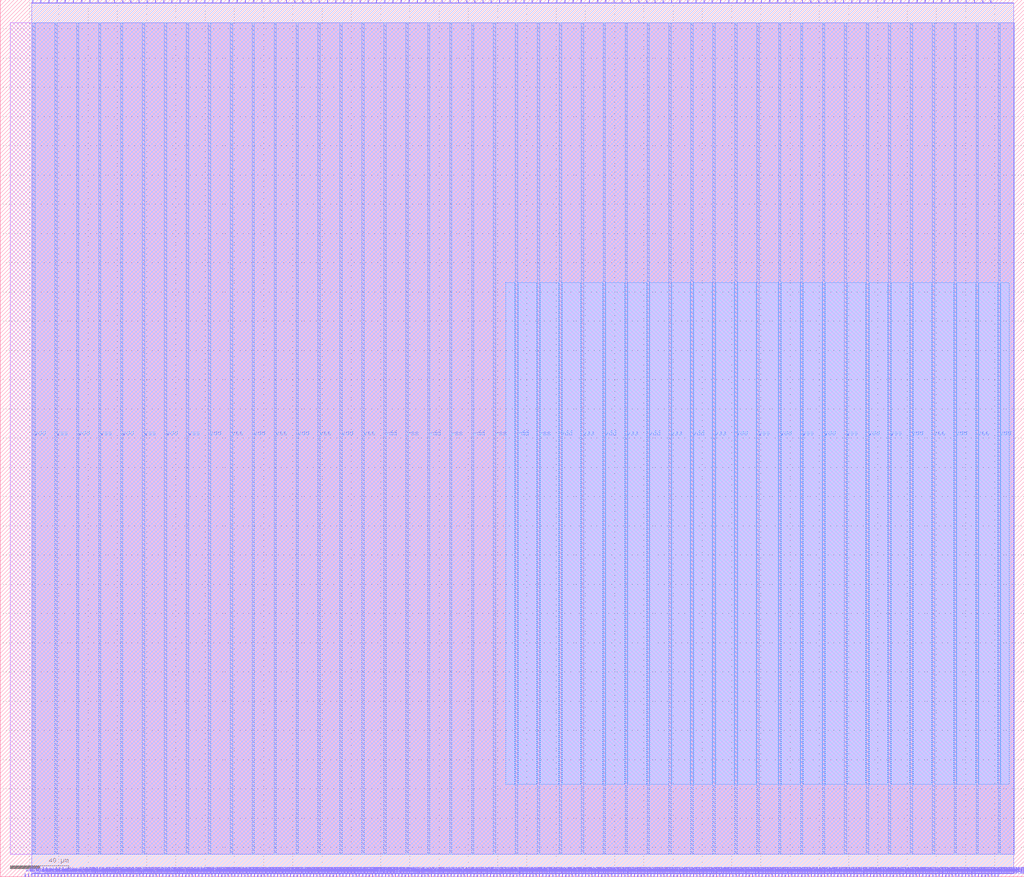
<source format=lef>
VERSION 5.7 ;
  NOWIREEXTENSIONATPIN ON ;
  DIVIDERCHAR "/" ;
  BUSBITCHARS "[]" ;
MACRO tiny_user_project
  CLASS BLOCK ;
  FOREIGN tiny_user_project ;
  ORIGIN 0.000 0.000 ;
  SIZE 700.000 BY 600.000 ;
  PIN io_in[0]
    DIRECTION INPUT ;
    USE SIGNAL ;
    PORT
      LAYER Metal2 ;
        RECT 21.840 598.000 22.400 600.000 ;
    END
  END io_in[0]
  PIN io_in[10]
    DIRECTION INPUT ;
    USE SIGNAL ;
    PORT
      LAYER Metal2 ;
        RECT 189.840 598.000 190.400 600.000 ;
    END
  END io_in[10]
  PIN io_in[11]
    DIRECTION INPUT ;
    USE SIGNAL ;
    PORT
      LAYER Metal2 ;
        RECT 206.640 598.000 207.200 600.000 ;
    END
  END io_in[11]
  PIN io_in[12]
    DIRECTION INPUT ;
    USE SIGNAL ;
    PORT
      LAYER Metal2 ;
        RECT 223.440 598.000 224.000 600.000 ;
    END
  END io_in[12]
  PIN io_in[13]
    DIRECTION INPUT ;
    USE SIGNAL ;
    PORT
      LAYER Metal2 ;
        RECT 240.240 598.000 240.800 600.000 ;
    END
  END io_in[13]
  PIN io_in[14]
    DIRECTION INPUT ;
    USE SIGNAL ;
    PORT
      LAYER Metal2 ;
        RECT 257.040 598.000 257.600 600.000 ;
    END
  END io_in[14]
  PIN io_in[15]
    DIRECTION INPUT ;
    USE SIGNAL ;
    PORT
      LAYER Metal2 ;
        RECT 273.840 598.000 274.400 600.000 ;
    END
  END io_in[15]
  PIN io_in[16]
    DIRECTION INPUT ;
    USE SIGNAL ;
    PORT
      LAYER Metal2 ;
        RECT 290.640 598.000 291.200 600.000 ;
    END
  END io_in[16]
  PIN io_in[17]
    DIRECTION INPUT ;
    USE SIGNAL ;
    PORT
      LAYER Metal2 ;
        RECT 307.440 598.000 308.000 600.000 ;
    END
  END io_in[17]
  PIN io_in[18]
    DIRECTION INPUT ;
    USE SIGNAL ;
    PORT
      LAYER Metal2 ;
        RECT 324.240 598.000 324.800 600.000 ;
    END
  END io_in[18]
  PIN io_in[19]
    DIRECTION INPUT ;
    USE SIGNAL ;
    PORT
      LAYER Metal2 ;
        RECT 341.040 598.000 341.600 600.000 ;
    END
  END io_in[19]
  PIN io_in[1]
    DIRECTION INPUT ;
    USE SIGNAL ;
    PORT
      LAYER Metal2 ;
        RECT 38.640 598.000 39.200 600.000 ;
    END
  END io_in[1]
  PIN io_in[20]
    DIRECTION INPUT ;
    USE SIGNAL ;
    PORT
      LAYER Metal2 ;
        RECT 357.840 598.000 358.400 600.000 ;
    END
  END io_in[20]
  PIN io_in[21]
    DIRECTION INPUT ;
    USE SIGNAL ;
    PORT
      LAYER Metal2 ;
        RECT 374.640 598.000 375.200 600.000 ;
    END
  END io_in[21]
  PIN io_in[22]
    DIRECTION INPUT ;
    USE SIGNAL ;
    PORT
      LAYER Metal2 ;
        RECT 391.440 598.000 392.000 600.000 ;
    END
  END io_in[22]
  PIN io_in[23]
    DIRECTION INPUT ;
    USE SIGNAL ;
    PORT
      LAYER Metal2 ;
        RECT 408.240 598.000 408.800 600.000 ;
    END
  END io_in[23]
  PIN io_in[24]
    DIRECTION INPUT ;
    USE SIGNAL ;
    PORT
      LAYER Metal2 ;
        RECT 425.040 598.000 425.600 600.000 ;
    END
  END io_in[24]
  PIN io_in[25]
    DIRECTION INPUT ;
    USE SIGNAL ;
    PORT
      LAYER Metal2 ;
        RECT 441.840 598.000 442.400 600.000 ;
    END
  END io_in[25]
  PIN io_in[26]
    DIRECTION INPUT ;
    USE SIGNAL ;
    PORT
      LAYER Metal2 ;
        RECT 458.640 598.000 459.200 600.000 ;
    END
  END io_in[26]
  PIN io_in[27]
    DIRECTION INPUT ;
    USE SIGNAL ;
    PORT
      LAYER Metal2 ;
        RECT 475.440 598.000 476.000 600.000 ;
    END
  END io_in[27]
  PIN io_in[28]
    DIRECTION INPUT ;
    USE SIGNAL ;
    PORT
      LAYER Metal2 ;
        RECT 492.240 598.000 492.800 600.000 ;
    END
  END io_in[28]
  PIN io_in[29]
    DIRECTION INPUT ;
    USE SIGNAL ;
    PORT
      LAYER Metal2 ;
        RECT 509.040 598.000 509.600 600.000 ;
    END
  END io_in[29]
  PIN io_in[2]
    DIRECTION INPUT ;
    USE SIGNAL ;
    PORT
      LAYER Metal2 ;
        RECT 55.440 598.000 56.000 600.000 ;
    END
  END io_in[2]
  PIN io_in[30]
    DIRECTION INPUT ;
    USE SIGNAL ;
    PORT
      LAYER Metal2 ;
        RECT 525.840 598.000 526.400 600.000 ;
    END
  END io_in[30]
  PIN io_in[31]
    DIRECTION INPUT ;
    USE SIGNAL ;
    PORT
      LAYER Metal2 ;
        RECT 542.640 598.000 543.200 600.000 ;
    END
  END io_in[31]
  PIN io_in[32]
    DIRECTION INPUT ;
    USE SIGNAL ;
    PORT
      LAYER Metal2 ;
        RECT 559.440 598.000 560.000 600.000 ;
    END
  END io_in[32]
  PIN io_in[33]
    DIRECTION INPUT ;
    USE SIGNAL ;
    PORT
      LAYER Metal2 ;
        RECT 576.240 598.000 576.800 600.000 ;
    END
  END io_in[33]
  PIN io_in[34]
    DIRECTION INPUT ;
    USE SIGNAL ;
    PORT
      LAYER Metal2 ;
        RECT 593.040 598.000 593.600 600.000 ;
    END
  END io_in[34]
  PIN io_in[35]
    DIRECTION INPUT ;
    USE SIGNAL ;
    PORT
      LAYER Metal2 ;
        RECT 609.840 598.000 610.400 600.000 ;
    END
  END io_in[35]
  PIN io_in[36]
    DIRECTION INPUT ;
    USE SIGNAL ;
    PORT
      LAYER Metal2 ;
        RECT 626.640 598.000 627.200 600.000 ;
    END
  END io_in[36]
  PIN io_in[37]
    DIRECTION INPUT ;
    USE SIGNAL ;
    PORT
      LAYER Metal2 ;
        RECT 643.440 598.000 644.000 600.000 ;
    END
  END io_in[37]
  PIN io_in[3]
    DIRECTION INPUT ;
    USE SIGNAL ;
    PORT
      LAYER Metal2 ;
        RECT 72.240 598.000 72.800 600.000 ;
    END
  END io_in[3]
  PIN io_in[4]
    DIRECTION INPUT ;
    USE SIGNAL ;
    PORT
      LAYER Metal2 ;
        RECT 89.040 598.000 89.600 600.000 ;
    END
  END io_in[4]
  PIN io_in[5]
    DIRECTION INPUT ;
    USE SIGNAL ;
    PORT
      LAYER Metal2 ;
        RECT 105.840 598.000 106.400 600.000 ;
    END
  END io_in[5]
  PIN io_in[6]
    DIRECTION INPUT ;
    USE SIGNAL ;
    PORT
      LAYER Metal2 ;
        RECT 122.640 598.000 123.200 600.000 ;
    END
  END io_in[6]
  PIN io_in[7]
    DIRECTION INPUT ;
    USE SIGNAL ;
    PORT
      LAYER Metal2 ;
        RECT 139.440 598.000 140.000 600.000 ;
    END
  END io_in[7]
  PIN io_in[8]
    DIRECTION INPUT ;
    USE SIGNAL ;
    PORT
      LAYER Metal2 ;
        RECT 156.240 598.000 156.800 600.000 ;
    END
  END io_in[8]
  PIN io_in[9]
    DIRECTION INPUT ;
    USE SIGNAL ;
    PORT
      LAYER Metal2 ;
        RECT 173.040 598.000 173.600 600.000 ;
    END
  END io_in[9]
  PIN io_oeb[0]
    DIRECTION OUTPUT TRISTATE ;
    USE SIGNAL ;
    PORT
      LAYER Metal2 ;
        RECT 27.440 598.000 28.000 600.000 ;
    END
  END io_oeb[0]
  PIN io_oeb[10]
    DIRECTION OUTPUT TRISTATE ;
    USE SIGNAL ;
    PORT
      LAYER Metal2 ;
        RECT 195.440 598.000 196.000 600.000 ;
    END
  END io_oeb[10]
  PIN io_oeb[11]
    DIRECTION OUTPUT TRISTATE ;
    USE SIGNAL ;
    PORT
      LAYER Metal2 ;
        RECT 212.240 598.000 212.800 600.000 ;
    END
  END io_oeb[11]
  PIN io_oeb[12]
    DIRECTION OUTPUT TRISTATE ;
    USE SIGNAL ;
    PORT
      LAYER Metal2 ;
        RECT 229.040 598.000 229.600 600.000 ;
    END
  END io_oeb[12]
  PIN io_oeb[13]
    DIRECTION OUTPUT TRISTATE ;
    USE SIGNAL ;
    PORT
      LAYER Metal2 ;
        RECT 245.840 598.000 246.400 600.000 ;
    END
  END io_oeb[13]
  PIN io_oeb[14]
    DIRECTION OUTPUT TRISTATE ;
    USE SIGNAL ;
    PORT
      LAYER Metal2 ;
        RECT 262.640 598.000 263.200 600.000 ;
    END
  END io_oeb[14]
  PIN io_oeb[15]
    DIRECTION OUTPUT TRISTATE ;
    USE SIGNAL ;
    PORT
      LAYER Metal2 ;
        RECT 279.440 598.000 280.000 600.000 ;
    END
  END io_oeb[15]
  PIN io_oeb[16]
    DIRECTION OUTPUT TRISTATE ;
    USE SIGNAL ;
    PORT
      LAYER Metal2 ;
        RECT 296.240 598.000 296.800 600.000 ;
    END
  END io_oeb[16]
  PIN io_oeb[17]
    DIRECTION OUTPUT TRISTATE ;
    USE SIGNAL ;
    PORT
      LAYER Metal2 ;
        RECT 313.040 598.000 313.600 600.000 ;
    END
  END io_oeb[17]
  PIN io_oeb[18]
    DIRECTION OUTPUT TRISTATE ;
    USE SIGNAL ;
    PORT
      LAYER Metal2 ;
        RECT 329.840 598.000 330.400 600.000 ;
    END
  END io_oeb[18]
  PIN io_oeb[19]
    DIRECTION OUTPUT TRISTATE ;
    USE SIGNAL ;
    PORT
      LAYER Metal2 ;
        RECT 346.640 598.000 347.200 600.000 ;
    END
  END io_oeb[19]
  PIN io_oeb[1]
    DIRECTION OUTPUT TRISTATE ;
    USE SIGNAL ;
    PORT
      LAYER Metal2 ;
        RECT 44.240 598.000 44.800 600.000 ;
    END
  END io_oeb[1]
  PIN io_oeb[20]
    DIRECTION OUTPUT TRISTATE ;
    USE SIGNAL ;
    PORT
      LAYER Metal2 ;
        RECT 363.440 598.000 364.000 600.000 ;
    END
  END io_oeb[20]
  PIN io_oeb[21]
    DIRECTION OUTPUT TRISTATE ;
    USE SIGNAL ;
    PORT
      LAYER Metal2 ;
        RECT 380.240 598.000 380.800 600.000 ;
    END
  END io_oeb[21]
  PIN io_oeb[22]
    DIRECTION OUTPUT TRISTATE ;
    USE SIGNAL ;
    PORT
      LAYER Metal2 ;
        RECT 397.040 598.000 397.600 600.000 ;
    END
  END io_oeb[22]
  PIN io_oeb[23]
    DIRECTION OUTPUT TRISTATE ;
    USE SIGNAL ;
    PORT
      LAYER Metal2 ;
        RECT 413.840 598.000 414.400 600.000 ;
    END
  END io_oeb[23]
  PIN io_oeb[24]
    DIRECTION OUTPUT TRISTATE ;
    USE SIGNAL ;
    PORT
      LAYER Metal2 ;
        RECT 430.640 598.000 431.200 600.000 ;
    END
  END io_oeb[24]
  PIN io_oeb[25]
    DIRECTION OUTPUT TRISTATE ;
    USE SIGNAL ;
    PORT
      LAYER Metal2 ;
        RECT 447.440 598.000 448.000 600.000 ;
    END
  END io_oeb[25]
  PIN io_oeb[26]
    DIRECTION OUTPUT TRISTATE ;
    USE SIGNAL ;
    PORT
      LAYER Metal2 ;
        RECT 464.240 598.000 464.800 600.000 ;
    END
  END io_oeb[26]
  PIN io_oeb[27]
    DIRECTION OUTPUT TRISTATE ;
    USE SIGNAL ;
    PORT
      LAYER Metal2 ;
        RECT 481.040 598.000 481.600 600.000 ;
    END
  END io_oeb[27]
  PIN io_oeb[28]
    DIRECTION OUTPUT TRISTATE ;
    USE SIGNAL ;
    PORT
      LAYER Metal2 ;
        RECT 497.840 598.000 498.400 600.000 ;
    END
  END io_oeb[28]
  PIN io_oeb[29]
    DIRECTION OUTPUT TRISTATE ;
    USE SIGNAL ;
    PORT
      LAYER Metal2 ;
        RECT 514.640 598.000 515.200 600.000 ;
    END
  END io_oeb[29]
  PIN io_oeb[2]
    DIRECTION OUTPUT TRISTATE ;
    USE SIGNAL ;
    PORT
      LAYER Metal2 ;
        RECT 61.040 598.000 61.600 600.000 ;
    END
  END io_oeb[2]
  PIN io_oeb[30]
    DIRECTION OUTPUT TRISTATE ;
    USE SIGNAL ;
    PORT
      LAYER Metal2 ;
        RECT 531.440 598.000 532.000 600.000 ;
    END
  END io_oeb[30]
  PIN io_oeb[31]
    DIRECTION OUTPUT TRISTATE ;
    USE SIGNAL ;
    PORT
      LAYER Metal2 ;
        RECT 548.240 598.000 548.800 600.000 ;
    END
  END io_oeb[31]
  PIN io_oeb[32]
    DIRECTION OUTPUT TRISTATE ;
    USE SIGNAL ;
    PORT
      LAYER Metal2 ;
        RECT 565.040 598.000 565.600 600.000 ;
    END
  END io_oeb[32]
  PIN io_oeb[33]
    DIRECTION OUTPUT TRISTATE ;
    USE SIGNAL ;
    PORT
      LAYER Metal2 ;
        RECT 581.840 598.000 582.400 600.000 ;
    END
  END io_oeb[33]
  PIN io_oeb[34]
    DIRECTION OUTPUT TRISTATE ;
    USE SIGNAL ;
    PORT
      LAYER Metal2 ;
        RECT 598.640 598.000 599.200 600.000 ;
    END
  END io_oeb[34]
  PIN io_oeb[35]
    DIRECTION OUTPUT TRISTATE ;
    USE SIGNAL ;
    PORT
      LAYER Metal2 ;
        RECT 615.440 598.000 616.000 600.000 ;
    END
  END io_oeb[35]
  PIN io_oeb[36]
    DIRECTION OUTPUT TRISTATE ;
    USE SIGNAL ;
    PORT
      LAYER Metal2 ;
        RECT 632.240 598.000 632.800 600.000 ;
    END
  END io_oeb[36]
  PIN io_oeb[37]
    DIRECTION OUTPUT TRISTATE ;
    USE SIGNAL ;
    PORT
      LAYER Metal2 ;
        RECT 649.040 598.000 649.600 600.000 ;
    END
  END io_oeb[37]
  PIN io_oeb[3]
    DIRECTION OUTPUT TRISTATE ;
    USE SIGNAL ;
    PORT
      LAYER Metal2 ;
        RECT 77.840 598.000 78.400 600.000 ;
    END
  END io_oeb[3]
  PIN io_oeb[4]
    DIRECTION OUTPUT TRISTATE ;
    USE SIGNAL ;
    PORT
      LAYER Metal2 ;
        RECT 94.640 598.000 95.200 600.000 ;
    END
  END io_oeb[4]
  PIN io_oeb[5]
    DIRECTION OUTPUT TRISTATE ;
    USE SIGNAL ;
    PORT
      LAYER Metal2 ;
        RECT 111.440 598.000 112.000 600.000 ;
    END
  END io_oeb[5]
  PIN io_oeb[6]
    DIRECTION OUTPUT TRISTATE ;
    USE SIGNAL ;
    PORT
      LAYER Metal2 ;
        RECT 128.240 598.000 128.800 600.000 ;
    END
  END io_oeb[6]
  PIN io_oeb[7]
    DIRECTION OUTPUT TRISTATE ;
    USE SIGNAL ;
    PORT
      LAYER Metal2 ;
        RECT 145.040 598.000 145.600 600.000 ;
    END
  END io_oeb[7]
  PIN io_oeb[8]
    DIRECTION OUTPUT TRISTATE ;
    USE SIGNAL ;
    PORT
      LAYER Metal2 ;
        RECT 161.840 598.000 162.400 600.000 ;
    END
  END io_oeb[8]
  PIN io_oeb[9]
    DIRECTION OUTPUT TRISTATE ;
    USE SIGNAL ;
    PORT
      LAYER Metal2 ;
        RECT 178.640 598.000 179.200 600.000 ;
    END
  END io_oeb[9]
  PIN io_out[0]
    DIRECTION OUTPUT TRISTATE ;
    USE SIGNAL ;
    PORT
      LAYER Metal2 ;
        RECT 33.040 598.000 33.600 600.000 ;
    END
  END io_out[0]
  PIN io_out[10]
    DIRECTION OUTPUT TRISTATE ;
    USE SIGNAL ;
    PORT
      LAYER Metal2 ;
        RECT 201.040 598.000 201.600 600.000 ;
    END
  END io_out[10]
  PIN io_out[11]
    DIRECTION OUTPUT TRISTATE ;
    USE SIGNAL ;
    PORT
      LAYER Metal2 ;
        RECT 217.840 598.000 218.400 600.000 ;
    END
  END io_out[11]
  PIN io_out[12]
    DIRECTION OUTPUT TRISTATE ;
    USE SIGNAL ;
    PORT
      LAYER Metal2 ;
        RECT 234.640 598.000 235.200 600.000 ;
    END
  END io_out[12]
  PIN io_out[13]
    DIRECTION OUTPUT TRISTATE ;
    USE SIGNAL ;
    PORT
      LAYER Metal2 ;
        RECT 251.440 598.000 252.000 600.000 ;
    END
  END io_out[13]
  PIN io_out[14]
    DIRECTION OUTPUT TRISTATE ;
    USE SIGNAL ;
    PORT
      LAYER Metal2 ;
        RECT 268.240 598.000 268.800 600.000 ;
    END
  END io_out[14]
  PIN io_out[15]
    DIRECTION OUTPUT TRISTATE ;
    USE SIGNAL ;
    PORT
      LAYER Metal2 ;
        RECT 285.040 598.000 285.600 600.000 ;
    END
  END io_out[15]
  PIN io_out[16]
    DIRECTION OUTPUT TRISTATE ;
    USE SIGNAL ;
    PORT
      LAYER Metal2 ;
        RECT 301.840 598.000 302.400 600.000 ;
    END
  END io_out[16]
  PIN io_out[17]
    DIRECTION OUTPUT TRISTATE ;
    USE SIGNAL ;
    PORT
      LAYER Metal2 ;
        RECT 318.640 598.000 319.200 600.000 ;
    END
  END io_out[17]
  PIN io_out[18]
    DIRECTION OUTPUT TRISTATE ;
    USE SIGNAL ;
    PORT
      LAYER Metal2 ;
        RECT 335.440 598.000 336.000 600.000 ;
    END
  END io_out[18]
  PIN io_out[19]
    DIRECTION OUTPUT TRISTATE ;
    USE SIGNAL ;
    PORT
      LAYER Metal2 ;
        RECT 352.240 598.000 352.800 600.000 ;
    END
  END io_out[19]
  PIN io_out[1]
    DIRECTION OUTPUT TRISTATE ;
    USE SIGNAL ;
    PORT
      LAYER Metal2 ;
        RECT 49.840 598.000 50.400 600.000 ;
    END
  END io_out[1]
  PIN io_out[20]
    DIRECTION OUTPUT TRISTATE ;
    USE SIGNAL ;
    PORT
      LAYER Metal2 ;
        RECT 369.040 598.000 369.600 600.000 ;
    END
  END io_out[20]
  PIN io_out[21]
    DIRECTION OUTPUT TRISTATE ;
    USE SIGNAL ;
    PORT
      LAYER Metal2 ;
        RECT 385.840 598.000 386.400 600.000 ;
    END
  END io_out[21]
  PIN io_out[22]
    DIRECTION OUTPUT TRISTATE ;
    USE SIGNAL ;
    PORT
      LAYER Metal2 ;
        RECT 402.640 598.000 403.200 600.000 ;
    END
  END io_out[22]
  PIN io_out[23]
    DIRECTION OUTPUT TRISTATE ;
    USE SIGNAL ;
    PORT
      LAYER Metal2 ;
        RECT 419.440 598.000 420.000 600.000 ;
    END
  END io_out[23]
  PIN io_out[24]
    DIRECTION OUTPUT TRISTATE ;
    USE SIGNAL ;
    PORT
      LAYER Metal2 ;
        RECT 436.240 598.000 436.800 600.000 ;
    END
  END io_out[24]
  PIN io_out[25]
    DIRECTION OUTPUT TRISTATE ;
    USE SIGNAL ;
    PORT
      LAYER Metal2 ;
        RECT 453.040 598.000 453.600 600.000 ;
    END
  END io_out[25]
  PIN io_out[26]
    DIRECTION OUTPUT TRISTATE ;
    USE SIGNAL ;
    PORT
      LAYER Metal2 ;
        RECT 469.840 598.000 470.400 600.000 ;
    END
  END io_out[26]
  PIN io_out[27]
    DIRECTION OUTPUT TRISTATE ;
    USE SIGNAL ;
    PORT
      LAYER Metal2 ;
        RECT 486.640 598.000 487.200 600.000 ;
    END
  END io_out[27]
  PIN io_out[28]
    DIRECTION OUTPUT TRISTATE ;
    USE SIGNAL ;
    PORT
      LAYER Metal2 ;
        RECT 503.440 598.000 504.000 600.000 ;
    END
  END io_out[28]
  PIN io_out[29]
    DIRECTION OUTPUT TRISTATE ;
    USE SIGNAL ;
    PORT
      LAYER Metal2 ;
        RECT 520.240 598.000 520.800 600.000 ;
    END
  END io_out[29]
  PIN io_out[2]
    DIRECTION OUTPUT TRISTATE ;
    USE SIGNAL ;
    PORT
      LAYER Metal2 ;
        RECT 66.640 598.000 67.200 600.000 ;
    END
  END io_out[2]
  PIN io_out[30]
    DIRECTION OUTPUT TRISTATE ;
    USE SIGNAL ;
    PORT
      LAYER Metal2 ;
        RECT 537.040 598.000 537.600 600.000 ;
    END
  END io_out[30]
  PIN io_out[31]
    DIRECTION OUTPUT TRISTATE ;
    USE SIGNAL ;
    PORT
      LAYER Metal2 ;
        RECT 553.840 598.000 554.400 600.000 ;
    END
  END io_out[31]
  PIN io_out[32]
    DIRECTION OUTPUT TRISTATE ;
    USE SIGNAL ;
    PORT
      LAYER Metal2 ;
        RECT 570.640 598.000 571.200 600.000 ;
    END
  END io_out[32]
  PIN io_out[33]
    DIRECTION OUTPUT TRISTATE ;
    USE SIGNAL ;
    PORT
      LAYER Metal2 ;
        RECT 587.440 598.000 588.000 600.000 ;
    END
  END io_out[33]
  PIN io_out[34]
    DIRECTION OUTPUT TRISTATE ;
    USE SIGNAL ;
    PORT
      LAYER Metal2 ;
        RECT 604.240 598.000 604.800 600.000 ;
    END
  END io_out[34]
  PIN io_out[35]
    DIRECTION OUTPUT TRISTATE ;
    USE SIGNAL ;
    PORT
      LAYER Metal2 ;
        RECT 621.040 598.000 621.600 600.000 ;
    END
  END io_out[35]
  PIN io_out[36]
    DIRECTION OUTPUT TRISTATE ;
    USE SIGNAL ;
    PORT
      LAYER Metal2 ;
        RECT 637.840 598.000 638.400 600.000 ;
    END
  END io_out[36]
  PIN io_out[37]
    DIRECTION OUTPUT TRISTATE ;
    USE SIGNAL ;
    PORT
      LAYER Metal2 ;
        RECT 654.640 598.000 655.200 600.000 ;
    END
  END io_out[37]
  PIN io_out[3]
    DIRECTION OUTPUT TRISTATE ;
    USE SIGNAL ;
    PORT
      LAYER Metal2 ;
        RECT 83.440 598.000 84.000 600.000 ;
    END
  END io_out[3]
  PIN io_out[4]
    DIRECTION OUTPUT TRISTATE ;
    USE SIGNAL ;
    PORT
      LAYER Metal2 ;
        RECT 100.240 598.000 100.800 600.000 ;
    END
  END io_out[4]
  PIN io_out[5]
    DIRECTION OUTPUT TRISTATE ;
    USE SIGNAL ;
    PORT
      LAYER Metal2 ;
        RECT 117.040 598.000 117.600 600.000 ;
    END
  END io_out[5]
  PIN io_out[6]
    DIRECTION OUTPUT TRISTATE ;
    USE SIGNAL ;
    PORT
      LAYER Metal2 ;
        RECT 133.840 598.000 134.400 600.000 ;
    END
  END io_out[6]
  PIN io_out[7]
    DIRECTION OUTPUT TRISTATE ;
    USE SIGNAL ;
    PORT
      LAYER Metal2 ;
        RECT 150.640 598.000 151.200 600.000 ;
    END
  END io_out[7]
  PIN io_out[8]
    DIRECTION OUTPUT TRISTATE ;
    USE SIGNAL ;
    PORT
      LAYER Metal2 ;
        RECT 167.440 598.000 168.000 600.000 ;
    END
  END io_out[8]
  PIN io_out[9]
    DIRECTION OUTPUT TRISTATE ;
    USE SIGNAL ;
    PORT
      LAYER Metal2 ;
        RECT 184.240 598.000 184.800 600.000 ;
    END
  END io_out[9]
  PIN la_data_in[0]
    DIRECTION INPUT ;
    USE SIGNAL ;
    PORT
      LAYER Metal2 ;
        RECT 254.240 0.000 254.800 2.000 ;
    END
  END la_data_in[0]
  PIN la_data_in[10]
    DIRECTION INPUT ;
    USE SIGNAL ;
    PORT
      LAYER Metal2 ;
        RECT 321.440 0.000 322.000 2.000 ;
    END
  END la_data_in[10]
  PIN la_data_in[11]
    DIRECTION INPUT ;
    USE SIGNAL ;
    PORT
      LAYER Metal2 ;
        RECT 328.160 0.000 328.720 2.000 ;
    END
  END la_data_in[11]
  PIN la_data_in[12]
    DIRECTION INPUT ;
    USE SIGNAL ;
    PORT
      LAYER Metal2 ;
        RECT 334.880 0.000 335.440 2.000 ;
    END
  END la_data_in[12]
  PIN la_data_in[13]
    DIRECTION INPUT ;
    USE SIGNAL ;
    PORT
      LAYER Metal2 ;
        RECT 341.600 0.000 342.160 2.000 ;
    END
  END la_data_in[13]
  PIN la_data_in[14]
    DIRECTION INPUT ;
    USE SIGNAL ;
    PORT
      LAYER Metal2 ;
        RECT 348.320 0.000 348.880 2.000 ;
    END
  END la_data_in[14]
  PIN la_data_in[15]
    DIRECTION INPUT ;
    USE SIGNAL ;
    PORT
      LAYER Metal2 ;
        RECT 355.040 0.000 355.600 2.000 ;
    END
  END la_data_in[15]
  PIN la_data_in[16]
    DIRECTION INPUT ;
    USE SIGNAL ;
    PORT
      LAYER Metal2 ;
        RECT 361.760 0.000 362.320 2.000 ;
    END
  END la_data_in[16]
  PIN la_data_in[17]
    DIRECTION INPUT ;
    USE SIGNAL ;
    PORT
      LAYER Metal2 ;
        RECT 368.480 0.000 369.040 2.000 ;
    END
  END la_data_in[17]
  PIN la_data_in[18]
    DIRECTION INPUT ;
    USE SIGNAL ;
    PORT
      LAYER Metal2 ;
        RECT 375.200 0.000 375.760 2.000 ;
    END
  END la_data_in[18]
  PIN la_data_in[19]
    DIRECTION INPUT ;
    USE SIGNAL ;
    PORT
      LAYER Metal2 ;
        RECT 381.920 0.000 382.480 2.000 ;
    END
  END la_data_in[19]
  PIN la_data_in[1]
    DIRECTION INPUT ;
    USE SIGNAL ;
    PORT
      LAYER Metal2 ;
        RECT 260.960 0.000 261.520 2.000 ;
    END
  END la_data_in[1]
  PIN la_data_in[20]
    DIRECTION INPUT ;
    USE SIGNAL ;
    PORT
      LAYER Metal2 ;
        RECT 388.640 0.000 389.200 2.000 ;
    END
  END la_data_in[20]
  PIN la_data_in[21]
    DIRECTION INPUT ;
    USE SIGNAL ;
    PORT
      LAYER Metal2 ;
        RECT 395.360 0.000 395.920 2.000 ;
    END
  END la_data_in[21]
  PIN la_data_in[22]
    DIRECTION INPUT ;
    USE SIGNAL ;
    PORT
      LAYER Metal2 ;
        RECT 402.080 0.000 402.640 2.000 ;
    END
  END la_data_in[22]
  PIN la_data_in[23]
    DIRECTION INPUT ;
    USE SIGNAL ;
    PORT
      LAYER Metal2 ;
        RECT 408.800 0.000 409.360 2.000 ;
    END
  END la_data_in[23]
  PIN la_data_in[24]
    DIRECTION INPUT ;
    USE SIGNAL ;
    PORT
      LAYER Metal2 ;
        RECT 415.520 0.000 416.080 2.000 ;
    END
  END la_data_in[24]
  PIN la_data_in[25]
    DIRECTION INPUT ;
    USE SIGNAL ;
    PORT
      LAYER Metal2 ;
        RECT 422.240 0.000 422.800 2.000 ;
    END
  END la_data_in[25]
  PIN la_data_in[26]
    DIRECTION INPUT ;
    USE SIGNAL ;
    PORT
      LAYER Metal2 ;
        RECT 428.960 0.000 429.520 2.000 ;
    END
  END la_data_in[26]
  PIN la_data_in[27]
    DIRECTION INPUT ;
    USE SIGNAL ;
    PORT
      LAYER Metal2 ;
        RECT 435.680 0.000 436.240 2.000 ;
    END
  END la_data_in[27]
  PIN la_data_in[28]
    DIRECTION INPUT ;
    USE SIGNAL ;
    PORT
      LAYER Metal2 ;
        RECT 442.400 0.000 442.960 2.000 ;
    END
  END la_data_in[28]
  PIN la_data_in[29]
    DIRECTION INPUT ;
    USE SIGNAL ;
    PORT
      LAYER Metal2 ;
        RECT 449.120 0.000 449.680 2.000 ;
    END
  END la_data_in[29]
  PIN la_data_in[2]
    DIRECTION INPUT ;
    USE SIGNAL ;
    PORT
      LAYER Metal2 ;
        RECT 267.680 0.000 268.240 2.000 ;
    END
  END la_data_in[2]
  PIN la_data_in[30]
    DIRECTION INPUT ;
    USE SIGNAL ;
    PORT
      LAYER Metal2 ;
        RECT 455.840 0.000 456.400 2.000 ;
    END
  END la_data_in[30]
  PIN la_data_in[31]
    DIRECTION INPUT ;
    USE SIGNAL ;
    PORT
      LAYER Metal2 ;
        RECT 462.560 0.000 463.120 2.000 ;
    END
  END la_data_in[31]
  PIN la_data_in[32]
    DIRECTION INPUT ;
    USE SIGNAL ;
    PORT
      LAYER Metal2 ;
        RECT 469.280 0.000 469.840 2.000 ;
    END
  END la_data_in[32]
  PIN la_data_in[33]
    DIRECTION INPUT ;
    USE SIGNAL ;
    PORT
      LAYER Metal2 ;
        RECT 476.000 0.000 476.560 2.000 ;
    END
  END la_data_in[33]
  PIN la_data_in[34]
    DIRECTION INPUT ;
    USE SIGNAL ;
    PORT
      LAYER Metal2 ;
        RECT 482.720 0.000 483.280 2.000 ;
    END
  END la_data_in[34]
  PIN la_data_in[35]
    DIRECTION INPUT ;
    USE SIGNAL ;
    PORT
      LAYER Metal2 ;
        RECT 489.440 0.000 490.000 2.000 ;
    END
  END la_data_in[35]
  PIN la_data_in[36]
    DIRECTION INPUT ;
    USE SIGNAL ;
    PORT
      LAYER Metal2 ;
        RECT 496.160 0.000 496.720 2.000 ;
    END
  END la_data_in[36]
  PIN la_data_in[37]
    DIRECTION INPUT ;
    USE SIGNAL ;
    PORT
      LAYER Metal2 ;
        RECT 502.880 0.000 503.440 2.000 ;
    END
  END la_data_in[37]
  PIN la_data_in[38]
    DIRECTION INPUT ;
    USE SIGNAL ;
    PORT
      LAYER Metal2 ;
        RECT 509.600 0.000 510.160 2.000 ;
    END
  END la_data_in[38]
  PIN la_data_in[39]
    DIRECTION INPUT ;
    USE SIGNAL ;
    PORT
      LAYER Metal2 ;
        RECT 516.320 0.000 516.880 2.000 ;
    END
  END la_data_in[39]
  PIN la_data_in[3]
    DIRECTION INPUT ;
    USE SIGNAL ;
    PORT
      LAYER Metal2 ;
        RECT 274.400 0.000 274.960 2.000 ;
    END
  END la_data_in[3]
  PIN la_data_in[40]
    DIRECTION INPUT ;
    USE SIGNAL ;
    PORT
      LAYER Metal2 ;
        RECT 523.040 0.000 523.600 2.000 ;
    END
  END la_data_in[40]
  PIN la_data_in[41]
    DIRECTION INPUT ;
    USE SIGNAL ;
    PORT
      LAYER Metal2 ;
        RECT 529.760 0.000 530.320 2.000 ;
    END
  END la_data_in[41]
  PIN la_data_in[42]
    DIRECTION INPUT ;
    USE SIGNAL ;
    PORT
      LAYER Metal2 ;
        RECT 536.480 0.000 537.040 2.000 ;
    END
  END la_data_in[42]
  PIN la_data_in[43]
    DIRECTION INPUT ;
    USE SIGNAL ;
    PORT
      LAYER Metal2 ;
        RECT 543.200 0.000 543.760 2.000 ;
    END
  END la_data_in[43]
  PIN la_data_in[44]
    DIRECTION INPUT ;
    USE SIGNAL ;
    PORT
      LAYER Metal2 ;
        RECT 549.920 0.000 550.480 2.000 ;
    END
  END la_data_in[44]
  PIN la_data_in[45]
    DIRECTION INPUT ;
    USE SIGNAL ;
    PORT
      LAYER Metal2 ;
        RECT 556.640 0.000 557.200 2.000 ;
    END
  END la_data_in[45]
  PIN la_data_in[46]
    DIRECTION INPUT ;
    USE SIGNAL ;
    PORT
      LAYER Metal2 ;
        RECT 563.360 0.000 563.920 2.000 ;
    END
  END la_data_in[46]
  PIN la_data_in[47]
    DIRECTION INPUT ;
    USE SIGNAL ;
    PORT
      LAYER Metal2 ;
        RECT 570.080 0.000 570.640 2.000 ;
    END
  END la_data_in[47]
  PIN la_data_in[48]
    DIRECTION INPUT ;
    USE SIGNAL ;
    PORT
      LAYER Metal2 ;
        RECT 576.800 0.000 577.360 2.000 ;
    END
  END la_data_in[48]
  PIN la_data_in[49]
    DIRECTION INPUT ;
    USE SIGNAL ;
    PORT
      LAYER Metal2 ;
        RECT 583.520 0.000 584.080 2.000 ;
    END
  END la_data_in[49]
  PIN la_data_in[4]
    DIRECTION INPUT ;
    USE SIGNAL ;
    PORT
      LAYER Metal2 ;
        RECT 281.120 0.000 281.680 2.000 ;
    END
  END la_data_in[4]
  PIN la_data_in[50]
    DIRECTION INPUT ;
    USE SIGNAL ;
    PORT
      LAYER Metal2 ;
        RECT 590.240 0.000 590.800 2.000 ;
    END
  END la_data_in[50]
  PIN la_data_in[51]
    DIRECTION INPUT ;
    USE SIGNAL ;
    PORT
      LAYER Metal2 ;
        RECT 596.960 0.000 597.520 2.000 ;
    END
  END la_data_in[51]
  PIN la_data_in[52]
    DIRECTION INPUT ;
    USE SIGNAL ;
    PORT
      LAYER Metal2 ;
        RECT 603.680 0.000 604.240 2.000 ;
    END
  END la_data_in[52]
  PIN la_data_in[53]
    DIRECTION INPUT ;
    USE SIGNAL ;
    PORT
      LAYER Metal2 ;
        RECT 610.400 0.000 610.960 2.000 ;
    END
  END la_data_in[53]
  PIN la_data_in[54]
    DIRECTION INPUT ;
    USE SIGNAL ;
    PORT
      LAYER Metal2 ;
        RECT 617.120 0.000 617.680 2.000 ;
    END
  END la_data_in[54]
  PIN la_data_in[55]
    DIRECTION INPUT ;
    USE SIGNAL ;
    PORT
      LAYER Metal2 ;
        RECT 623.840 0.000 624.400 2.000 ;
    END
  END la_data_in[55]
  PIN la_data_in[56]
    DIRECTION INPUT ;
    USE SIGNAL ;
    PORT
      LAYER Metal2 ;
        RECT 630.560 0.000 631.120 2.000 ;
    END
  END la_data_in[56]
  PIN la_data_in[57]
    DIRECTION INPUT ;
    USE SIGNAL ;
    PORT
      LAYER Metal2 ;
        RECT 637.280 0.000 637.840 2.000 ;
    END
  END la_data_in[57]
  PIN la_data_in[58]
    DIRECTION INPUT ;
    USE SIGNAL ;
    PORT
      LAYER Metal2 ;
        RECT 644.000 0.000 644.560 2.000 ;
    END
  END la_data_in[58]
  PIN la_data_in[59]
    DIRECTION INPUT ;
    USE SIGNAL ;
    PORT
      LAYER Metal2 ;
        RECT 650.720 0.000 651.280 2.000 ;
    END
  END la_data_in[59]
  PIN la_data_in[5]
    DIRECTION INPUT ;
    USE SIGNAL ;
    PORT
      LAYER Metal2 ;
        RECT 287.840 0.000 288.400 2.000 ;
    END
  END la_data_in[5]
  PIN la_data_in[60]
    DIRECTION INPUT ;
    USE SIGNAL ;
    PORT
      LAYER Metal2 ;
        RECT 657.440 0.000 658.000 2.000 ;
    END
  END la_data_in[60]
  PIN la_data_in[61]
    DIRECTION INPUT ;
    USE SIGNAL ;
    PORT
      LAYER Metal2 ;
        RECT 664.160 0.000 664.720 2.000 ;
    END
  END la_data_in[61]
  PIN la_data_in[62]
    DIRECTION INPUT ;
    USE SIGNAL ;
    PORT
      LAYER Metal2 ;
        RECT 670.880 0.000 671.440 2.000 ;
    END
  END la_data_in[62]
  PIN la_data_in[63]
    DIRECTION INPUT ;
    USE SIGNAL ;
    PORT
      LAYER Metal2 ;
        RECT 677.600 0.000 678.160 2.000 ;
    END
  END la_data_in[63]
  PIN la_data_in[6]
    DIRECTION INPUT ;
    USE SIGNAL ;
    PORT
      LAYER Metal2 ;
        RECT 294.560 0.000 295.120 2.000 ;
    END
  END la_data_in[6]
  PIN la_data_in[7]
    DIRECTION INPUT ;
    USE SIGNAL ;
    PORT
      LAYER Metal2 ;
        RECT 301.280 0.000 301.840 2.000 ;
    END
  END la_data_in[7]
  PIN la_data_in[8]
    DIRECTION INPUT ;
    USE SIGNAL ;
    PORT
      LAYER Metal2 ;
        RECT 308.000 0.000 308.560 2.000 ;
    END
  END la_data_in[8]
  PIN la_data_in[9]
    DIRECTION INPUT ;
    USE SIGNAL ;
    PORT
      LAYER Metal2 ;
        RECT 314.720 0.000 315.280 2.000 ;
    END
  END la_data_in[9]
  PIN la_data_out[0]
    DIRECTION OUTPUT TRISTATE ;
    USE SIGNAL ;
    PORT
      LAYER Metal2 ;
        RECT 256.480 0.000 257.040 2.000 ;
    END
  END la_data_out[0]
  PIN la_data_out[10]
    DIRECTION OUTPUT TRISTATE ;
    USE SIGNAL ;
    PORT
      LAYER Metal2 ;
        RECT 323.680 0.000 324.240 2.000 ;
    END
  END la_data_out[10]
  PIN la_data_out[11]
    DIRECTION OUTPUT TRISTATE ;
    USE SIGNAL ;
    PORT
      LAYER Metal2 ;
        RECT 330.400 0.000 330.960 2.000 ;
    END
  END la_data_out[11]
  PIN la_data_out[12]
    DIRECTION OUTPUT TRISTATE ;
    USE SIGNAL ;
    PORT
      LAYER Metal2 ;
        RECT 337.120 0.000 337.680 2.000 ;
    END
  END la_data_out[12]
  PIN la_data_out[13]
    DIRECTION OUTPUT TRISTATE ;
    USE SIGNAL ;
    PORT
      LAYER Metal2 ;
        RECT 343.840 0.000 344.400 2.000 ;
    END
  END la_data_out[13]
  PIN la_data_out[14]
    DIRECTION OUTPUT TRISTATE ;
    USE SIGNAL ;
    PORT
      LAYER Metal2 ;
        RECT 350.560 0.000 351.120 2.000 ;
    END
  END la_data_out[14]
  PIN la_data_out[15]
    DIRECTION OUTPUT TRISTATE ;
    USE SIGNAL ;
    PORT
      LAYER Metal2 ;
        RECT 357.280 0.000 357.840 2.000 ;
    END
  END la_data_out[15]
  PIN la_data_out[16]
    DIRECTION OUTPUT TRISTATE ;
    USE SIGNAL ;
    PORT
      LAYER Metal2 ;
        RECT 364.000 0.000 364.560 2.000 ;
    END
  END la_data_out[16]
  PIN la_data_out[17]
    DIRECTION OUTPUT TRISTATE ;
    USE SIGNAL ;
    PORT
      LAYER Metal2 ;
        RECT 370.720 0.000 371.280 2.000 ;
    END
  END la_data_out[17]
  PIN la_data_out[18]
    DIRECTION OUTPUT TRISTATE ;
    USE SIGNAL ;
    PORT
      LAYER Metal2 ;
        RECT 377.440 0.000 378.000 2.000 ;
    END
  END la_data_out[18]
  PIN la_data_out[19]
    DIRECTION OUTPUT TRISTATE ;
    USE SIGNAL ;
    PORT
      LAYER Metal2 ;
        RECT 384.160 0.000 384.720 2.000 ;
    END
  END la_data_out[19]
  PIN la_data_out[1]
    DIRECTION OUTPUT TRISTATE ;
    USE SIGNAL ;
    PORT
      LAYER Metal2 ;
        RECT 263.200 0.000 263.760 2.000 ;
    END
  END la_data_out[1]
  PIN la_data_out[20]
    DIRECTION OUTPUT TRISTATE ;
    USE SIGNAL ;
    PORT
      LAYER Metal2 ;
        RECT 390.880 0.000 391.440 2.000 ;
    END
  END la_data_out[20]
  PIN la_data_out[21]
    DIRECTION OUTPUT TRISTATE ;
    USE SIGNAL ;
    PORT
      LAYER Metal2 ;
        RECT 397.600 0.000 398.160 2.000 ;
    END
  END la_data_out[21]
  PIN la_data_out[22]
    DIRECTION OUTPUT TRISTATE ;
    USE SIGNAL ;
    PORT
      LAYER Metal2 ;
        RECT 404.320 0.000 404.880 2.000 ;
    END
  END la_data_out[22]
  PIN la_data_out[23]
    DIRECTION OUTPUT TRISTATE ;
    USE SIGNAL ;
    PORT
      LAYER Metal2 ;
        RECT 411.040 0.000 411.600 2.000 ;
    END
  END la_data_out[23]
  PIN la_data_out[24]
    DIRECTION OUTPUT TRISTATE ;
    USE SIGNAL ;
    PORT
      LAYER Metal2 ;
        RECT 417.760 0.000 418.320 2.000 ;
    END
  END la_data_out[24]
  PIN la_data_out[25]
    DIRECTION OUTPUT TRISTATE ;
    USE SIGNAL ;
    PORT
      LAYER Metal2 ;
        RECT 424.480 0.000 425.040 2.000 ;
    END
  END la_data_out[25]
  PIN la_data_out[26]
    DIRECTION OUTPUT TRISTATE ;
    USE SIGNAL ;
    PORT
      LAYER Metal2 ;
        RECT 431.200 0.000 431.760 2.000 ;
    END
  END la_data_out[26]
  PIN la_data_out[27]
    DIRECTION OUTPUT TRISTATE ;
    USE SIGNAL ;
    PORT
      LAYER Metal2 ;
        RECT 437.920 0.000 438.480 2.000 ;
    END
  END la_data_out[27]
  PIN la_data_out[28]
    DIRECTION OUTPUT TRISTATE ;
    USE SIGNAL ;
    PORT
      LAYER Metal2 ;
        RECT 444.640 0.000 445.200 2.000 ;
    END
  END la_data_out[28]
  PIN la_data_out[29]
    DIRECTION OUTPUT TRISTATE ;
    USE SIGNAL ;
    PORT
      LAYER Metal2 ;
        RECT 451.360 0.000 451.920 2.000 ;
    END
  END la_data_out[29]
  PIN la_data_out[2]
    DIRECTION OUTPUT TRISTATE ;
    USE SIGNAL ;
    PORT
      LAYER Metal2 ;
        RECT 269.920 0.000 270.480 2.000 ;
    END
  END la_data_out[2]
  PIN la_data_out[30]
    DIRECTION OUTPUT TRISTATE ;
    USE SIGNAL ;
    PORT
      LAYER Metal2 ;
        RECT 458.080 0.000 458.640 2.000 ;
    END
  END la_data_out[30]
  PIN la_data_out[31]
    DIRECTION OUTPUT TRISTATE ;
    USE SIGNAL ;
    PORT
      LAYER Metal2 ;
        RECT 464.800 0.000 465.360 2.000 ;
    END
  END la_data_out[31]
  PIN la_data_out[32]
    DIRECTION OUTPUT TRISTATE ;
    USE SIGNAL ;
    PORT
      LAYER Metal2 ;
        RECT 471.520 0.000 472.080 2.000 ;
    END
  END la_data_out[32]
  PIN la_data_out[33]
    DIRECTION OUTPUT TRISTATE ;
    USE SIGNAL ;
    PORT
      LAYER Metal2 ;
        RECT 478.240 0.000 478.800 2.000 ;
    END
  END la_data_out[33]
  PIN la_data_out[34]
    DIRECTION OUTPUT TRISTATE ;
    USE SIGNAL ;
    PORT
      LAYER Metal2 ;
        RECT 484.960 0.000 485.520 2.000 ;
    END
  END la_data_out[34]
  PIN la_data_out[35]
    DIRECTION OUTPUT TRISTATE ;
    USE SIGNAL ;
    PORT
      LAYER Metal2 ;
        RECT 491.680 0.000 492.240 2.000 ;
    END
  END la_data_out[35]
  PIN la_data_out[36]
    DIRECTION OUTPUT TRISTATE ;
    USE SIGNAL ;
    PORT
      LAYER Metal2 ;
        RECT 498.400 0.000 498.960 2.000 ;
    END
  END la_data_out[36]
  PIN la_data_out[37]
    DIRECTION OUTPUT TRISTATE ;
    USE SIGNAL ;
    PORT
      LAYER Metal2 ;
        RECT 505.120 0.000 505.680 2.000 ;
    END
  END la_data_out[37]
  PIN la_data_out[38]
    DIRECTION OUTPUT TRISTATE ;
    USE SIGNAL ;
    PORT
      LAYER Metal2 ;
        RECT 511.840 0.000 512.400 2.000 ;
    END
  END la_data_out[38]
  PIN la_data_out[39]
    DIRECTION OUTPUT TRISTATE ;
    USE SIGNAL ;
    PORT
      LAYER Metal2 ;
        RECT 518.560 0.000 519.120 2.000 ;
    END
  END la_data_out[39]
  PIN la_data_out[3]
    DIRECTION OUTPUT TRISTATE ;
    USE SIGNAL ;
    PORT
      LAYER Metal2 ;
        RECT 276.640 0.000 277.200 2.000 ;
    END
  END la_data_out[3]
  PIN la_data_out[40]
    DIRECTION OUTPUT TRISTATE ;
    USE SIGNAL ;
    PORT
      LAYER Metal2 ;
        RECT 525.280 0.000 525.840 2.000 ;
    END
  END la_data_out[40]
  PIN la_data_out[41]
    DIRECTION OUTPUT TRISTATE ;
    USE SIGNAL ;
    PORT
      LAYER Metal2 ;
        RECT 532.000 0.000 532.560 2.000 ;
    END
  END la_data_out[41]
  PIN la_data_out[42]
    DIRECTION OUTPUT TRISTATE ;
    USE SIGNAL ;
    PORT
      LAYER Metal2 ;
        RECT 538.720 0.000 539.280 2.000 ;
    END
  END la_data_out[42]
  PIN la_data_out[43]
    DIRECTION OUTPUT TRISTATE ;
    USE SIGNAL ;
    PORT
      LAYER Metal2 ;
        RECT 545.440 0.000 546.000 2.000 ;
    END
  END la_data_out[43]
  PIN la_data_out[44]
    DIRECTION OUTPUT TRISTATE ;
    USE SIGNAL ;
    PORT
      LAYER Metal2 ;
        RECT 552.160 0.000 552.720 2.000 ;
    END
  END la_data_out[44]
  PIN la_data_out[45]
    DIRECTION OUTPUT TRISTATE ;
    USE SIGNAL ;
    PORT
      LAYER Metal2 ;
        RECT 558.880 0.000 559.440 2.000 ;
    END
  END la_data_out[45]
  PIN la_data_out[46]
    DIRECTION OUTPUT TRISTATE ;
    USE SIGNAL ;
    PORT
      LAYER Metal2 ;
        RECT 565.600 0.000 566.160 2.000 ;
    END
  END la_data_out[46]
  PIN la_data_out[47]
    DIRECTION OUTPUT TRISTATE ;
    USE SIGNAL ;
    PORT
      LAYER Metal2 ;
        RECT 572.320 0.000 572.880 2.000 ;
    END
  END la_data_out[47]
  PIN la_data_out[48]
    DIRECTION OUTPUT TRISTATE ;
    USE SIGNAL ;
    PORT
      LAYER Metal2 ;
        RECT 579.040 0.000 579.600 2.000 ;
    END
  END la_data_out[48]
  PIN la_data_out[49]
    DIRECTION OUTPUT TRISTATE ;
    USE SIGNAL ;
    PORT
      LAYER Metal2 ;
        RECT 585.760 0.000 586.320 2.000 ;
    END
  END la_data_out[49]
  PIN la_data_out[4]
    DIRECTION OUTPUT TRISTATE ;
    USE SIGNAL ;
    PORT
      LAYER Metal2 ;
        RECT 283.360 0.000 283.920 2.000 ;
    END
  END la_data_out[4]
  PIN la_data_out[50]
    DIRECTION OUTPUT TRISTATE ;
    USE SIGNAL ;
    PORT
      LAYER Metal2 ;
        RECT 592.480 0.000 593.040 2.000 ;
    END
  END la_data_out[50]
  PIN la_data_out[51]
    DIRECTION OUTPUT TRISTATE ;
    USE SIGNAL ;
    PORT
      LAYER Metal2 ;
        RECT 599.200 0.000 599.760 2.000 ;
    END
  END la_data_out[51]
  PIN la_data_out[52]
    DIRECTION OUTPUT TRISTATE ;
    USE SIGNAL ;
    PORT
      LAYER Metal2 ;
        RECT 605.920 0.000 606.480 2.000 ;
    END
  END la_data_out[52]
  PIN la_data_out[53]
    DIRECTION OUTPUT TRISTATE ;
    USE SIGNAL ;
    PORT
      LAYER Metal2 ;
        RECT 612.640 0.000 613.200 2.000 ;
    END
  END la_data_out[53]
  PIN la_data_out[54]
    DIRECTION OUTPUT TRISTATE ;
    USE SIGNAL ;
    PORT
      LAYER Metal2 ;
        RECT 619.360 0.000 619.920 2.000 ;
    END
  END la_data_out[54]
  PIN la_data_out[55]
    DIRECTION OUTPUT TRISTATE ;
    USE SIGNAL ;
    PORT
      LAYER Metal2 ;
        RECT 626.080 0.000 626.640 2.000 ;
    END
  END la_data_out[55]
  PIN la_data_out[56]
    DIRECTION OUTPUT TRISTATE ;
    USE SIGNAL ;
    PORT
      LAYER Metal2 ;
        RECT 632.800 0.000 633.360 2.000 ;
    END
  END la_data_out[56]
  PIN la_data_out[57]
    DIRECTION OUTPUT TRISTATE ;
    USE SIGNAL ;
    PORT
      LAYER Metal2 ;
        RECT 639.520 0.000 640.080 2.000 ;
    END
  END la_data_out[57]
  PIN la_data_out[58]
    DIRECTION OUTPUT TRISTATE ;
    USE SIGNAL ;
    PORT
      LAYER Metal2 ;
        RECT 646.240 0.000 646.800 2.000 ;
    END
  END la_data_out[58]
  PIN la_data_out[59]
    DIRECTION OUTPUT TRISTATE ;
    USE SIGNAL ;
    PORT
      LAYER Metal2 ;
        RECT 652.960 0.000 653.520 2.000 ;
    END
  END la_data_out[59]
  PIN la_data_out[5]
    DIRECTION OUTPUT TRISTATE ;
    USE SIGNAL ;
    PORT
      LAYER Metal2 ;
        RECT 290.080 0.000 290.640 2.000 ;
    END
  END la_data_out[5]
  PIN la_data_out[60]
    DIRECTION OUTPUT TRISTATE ;
    USE SIGNAL ;
    PORT
      LAYER Metal2 ;
        RECT 659.680 0.000 660.240 2.000 ;
    END
  END la_data_out[60]
  PIN la_data_out[61]
    DIRECTION OUTPUT TRISTATE ;
    USE SIGNAL ;
    PORT
      LAYER Metal2 ;
        RECT 666.400 0.000 666.960 2.000 ;
    END
  END la_data_out[61]
  PIN la_data_out[62]
    DIRECTION OUTPUT TRISTATE ;
    USE SIGNAL ;
    PORT
      LAYER Metal2 ;
        RECT 673.120 0.000 673.680 2.000 ;
    END
  END la_data_out[62]
  PIN la_data_out[63]
    DIRECTION OUTPUT TRISTATE ;
    USE SIGNAL ;
    PORT
      LAYER Metal2 ;
        RECT 679.840 0.000 680.400 2.000 ;
    END
  END la_data_out[63]
  PIN la_data_out[6]
    DIRECTION OUTPUT TRISTATE ;
    USE SIGNAL ;
    PORT
      LAYER Metal2 ;
        RECT 296.800 0.000 297.360 2.000 ;
    END
  END la_data_out[6]
  PIN la_data_out[7]
    DIRECTION OUTPUT TRISTATE ;
    USE SIGNAL ;
    PORT
      LAYER Metal2 ;
        RECT 303.520 0.000 304.080 2.000 ;
    END
  END la_data_out[7]
  PIN la_data_out[8]
    DIRECTION OUTPUT TRISTATE ;
    USE SIGNAL ;
    PORT
      LAYER Metal2 ;
        RECT 310.240 0.000 310.800 2.000 ;
    END
  END la_data_out[8]
  PIN la_data_out[9]
    DIRECTION OUTPUT TRISTATE ;
    USE SIGNAL ;
    PORT
      LAYER Metal2 ;
        RECT 316.960 0.000 317.520 2.000 ;
    END
  END la_data_out[9]
  PIN la_oenb[0]
    DIRECTION INPUT ;
    USE SIGNAL ;
    PORT
      LAYER Metal2 ;
        RECT 258.720 0.000 259.280 2.000 ;
    END
  END la_oenb[0]
  PIN la_oenb[10]
    DIRECTION INPUT ;
    USE SIGNAL ;
    PORT
      LAYER Metal2 ;
        RECT 325.920 0.000 326.480 2.000 ;
    END
  END la_oenb[10]
  PIN la_oenb[11]
    DIRECTION INPUT ;
    USE SIGNAL ;
    PORT
      LAYER Metal2 ;
        RECT 332.640 0.000 333.200 2.000 ;
    END
  END la_oenb[11]
  PIN la_oenb[12]
    DIRECTION INPUT ;
    USE SIGNAL ;
    PORT
      LAYER Metal2 ;
        RECT 339.360 0.000 339.920 2.000 ;
    END
  END la_oenb[12]
  PIN la_oenb[13]
    DIRECTION INPUT ;
    USE SIGNAL ;
    PORT
      LAYER Metal2 ;
        RECT 346.080 0.000 346.640 2.000 ;
    END
  END la_oenb[13]
  PIN la_oenb[14]
    DIRECTION INPUT ;
    USE SIGNAL ;
    PORT
      LAYER Metal2 ;
        RECT 352.800 0.000 353.360 2.000 ;
    END
  END la_oenb[14]
  PIN la_oenb[15]
    DIRECTION INPUT ;
    USE SIGNAL ;
    PORT
      LAYER Metal2 ;
        RECT 359.520 0.000 360.080 2.000 ;
    END
  END la_oenb[15]
  PIN la_oenb[16]
    DIRECTION INPUT ;
    USE SIGNAL ;
    PORT
      LAYER Metal2 ;
        RECT 366.240 0.000 366.800 2.000 ;
    END
  END la_oenb[16]
  PIN la_oenb[17]
    DIRECTION INPUT ;
    USE SIGNAL ;
    PORT
      LAYER Metal2 ;
        RECT 372.960 0.000 373.520 2.000 ;
    END
  END la_oenb[17]
  PIN la_oenb[18]
    DIRECTION INPUT ;
    USE SIGNAL ;
    PORT
      LAYER Metal2 ;
        RECT 379.680 0.000 380.240 2.000 ;
    END
  END la_oenb[18]
  PIN la_oenb[19]
    DIRECTION INPUT ;
    USE SIGNAL ;
    PORT
      LAYER Metal2 ;
        RECT 386.400 0.000 386.960 2.000 ;
    END
  END la_oenb[19]
  PIN la_oenb[1]
    DIRECTION INPUT ;
    USE SIGNAL ;
    PORT
      LAYER Metal2 ;
        RECT 265.440 0.000 266.000 2.000 ;
    END
  END la_oenb[1]
  PIN la_oenb[20]
    DIRECTION INPUT ;
    USE SIGNAL ;
    PORT
      LAYER Metal2 ;
        RECT 393.120 0.000 393.680 2.000 ;
    END
  END la_oenb[20]
  PIN la_oenb[21]
    DIRECTION INPUT ;
    USE SIGNAL ;
    PORT
      LAYER Metal2 ;
        RECT 399.840 0.000 400.400 2.000 ;
    END
  END la_oenb[21]
  PIN la_oenb[22]
    DIRECTION INPUT ;
    USE SIGNAL ;
    PORT
      LAYER Metal2 ;
        RECT 406.560 0.000 407.120 2.000 ;
    END
  END la_oenb[22]
  PIN la_oenb[23]
    DIRECTION INPUT ;
    USE SIGNAL ;
    PORT
      LAYER Metal2 ;
        RECT 413.280 0.000 413.840 2.000 ;
    END
  END la_oenb[23]
  PIN la_oenb[24]
    DIRECTION INPUT ;
    USE SIGNAL ;
    PORT
      LAYER Metal2 ;
        RECT 420.000 0.000 420.560 2.000 ;
    END
  END la_oenb[24]
  PIN la_oenb[25]
    DIRECTION INPUT ;
    USE SIGNAL ;
    PORT
      LAYER Metal2 ;
        RECT 426.720 0.000 427.280 2.000 ;
    END
  END la_oenb[25]
  PIN la_oenb[26]
    DIRECTION INPUT ;
    USE SIGNAL ;
    PORT
      LAYER Metal2 ;
        RECT 433.440 0.000 434.000 2.000 ;
    END
  END la_oenb[26]
  PIN la_oenb[27]
    DIRECTION INPUT ;
    USE SIGNAL ;
    PORT
      LAYER Metal2 ;
        RECT 440.160 0.000 440.720 2.000 ;
    END
  END la_oenb[27]
  PIN la_oenb[28]
    DIRECTION INPUT ;
    USE SIGNAL ;
    PORT
      LAYER Metal2 ;
        RECT 446.880 0.000 447.440 2.000 ;
    END
  END la_oenb[28]
  PIN la_oenb[29]
    DIRECTION INPUT ;
    USE SIGNAL ;
    PORT
      LAYER Metal2 ;
        RECT 453.600 0.000 454.160 2.000 ;
    END
  END la_oenb[29]
  PIN la_oenb[2]
    DIRECTION INPUT ;
    USE SIGNAL ;
    PORT
      LAYER Metal2 ;
        RECT 272.160 0.000 272.720 2.000 ;
    END
  END la_oenb[2]
  PIN la_oenb[30]
    DIRECTION INPUT ;
    USE SIGNAL ;
    PORT
      LAYER Metal2 ;
        RECT 460.320 0.000 460.880 2.000 ;
    END
  END la_oenb[30]
  PIN la_oenb[31]
    DIRECTION INPUT ;
    USE SIGNAL ;
    PORT
      LAYER Metal2 ;
        RECT 467.040 0.000 467.600 2.000 ;
    END
  END la_oenb[31]
  PIN la_oenb[32]
    DIRECTION INPUT ;
    USE SIGNAL ;
    PORT
      LAYER Metal2 ;
        RECT 473.760 0.000 474.320 2.000 ;
    END
  END la_oenb[32]
  PIN la_oenb[33]
    DIRECTION INPUT ;
    USE SIGNAL ;
    PORT
      LAYER Metal2 ;
        RECT 480.480 0.000 481.040 2.000 ;
    END
  END la_oenb[33]
  PIN la_oenb[34]
    DIRECTION INPUT ;
    USE SIGNAL ;
    PORT
      LAYER Metal2 ;
        RECT 487.200 0.000 487.760 2.000 ;
    END
  END la_oenb[34]
  PIN la_oenb[35]
    DIRECTION INPUT ;
    USE SIGNAL ;
    PORT
      LAYER Metal2 ;
        RECT 493.920 0.000 494.480 2.000 ;
    END
  END la_oenb[35]
  PIN la_oenb[36]
    DIRECTION INPUT ;
    USE SIGNAL ;
    PORT
      LAYER Metal2 ;
        RECT 500.640 0.000 501.200 2.000 ;
    END
  END la_oenb[36]
  PIN la_oenb[37]
    DIRECTION INPUT ;
    USE SIGNAL ;
    PORT
      LAYER Metal2 ;
        RECT 507.360 0.000 507.920 2.000 ;
    END
  END la_oenb[37]
  PIN la_oenb[38]
    DIRECTION INPUT ;
    USE SIGNAL ;
    PORT
      LAYER Metal2 ;
        RECT 514.080 0.000 514.640 2.000 ;
    END
  END la_oenb[38]
  PIN la_oenb[39]
    DIRECTION INPUT ;
    USE SIGNAL ;
    PORT
      LAYER Metal2 ;
        RECT 520.800 0.000 521.360 2.000 ;
    END
  END la_oenb[39]
  PIN la_oenb[3]
    DIRECTION INPUT ;
    USE SIGNAL ;
    PORT
      LAYER Metal2 ;
        RECT 278.880 0.000 279.440 2.000 ;
    END
  END la_oenb[3]
  PIN la_oenb[40]
    DIRECTION INPUT ;
    USE SIGNAL ;
    PORT
      LAYER Metal2 ;
        RECT 527.520 0.000 528.080 2.000 ;
    END
  END la_oenb[40]
  PIN la_oenb[41]
    DIRECTION INPUT ;
    USE SIGNAL ;
    PORT
      LAYER Metal2 ;
        RECT 534.240 0.000 534.800 2.000 ;
    END
  END la_oenb[41]
  PIN la_oenb[42]
    DIRECTION INPUT ;
    USE SIGNAL ;
    PORT
      LAYER Metal2 ;
        RECT 540.960 0.000 541.520 2.000 ;
    END
  END la_oenb[42]
  PIN la_oenb[43]
    DIRECTION INPUT ;
    USE SIGNAL ;
    PORT
      LAYER Metal2 ;
        RECT 547.680 0.000 548.240 2.000 ;
    END
  END la_oenb[43]
  PIN la_oenb[44]
    DIRECTION INPUT ;
    USE SIGNAL ;
    PORT
      LAYER Metal2 ;
        RECT 554.400 0.000 554.960 2.000 ;
    END
  END la_oenb[44]
  PIN la_oenb[45]
    DIRECTION INPUT ;
    USE SIGNAL ;
    PORT
      LAYER Metal2 ;
        RECT 561.120 0.000 561.680 2.000 ;
    END
  END la_oenb[45]
  PIN la_oenb[46]
    DIRECTION INPUT ;
    USE SIGNAL ;
    PORT
      LAYER Metal2 ;
        RECT 567.840 0.000 568.400 2.000 ;
    END
  END la_oenb[46]
  PIN la_oenb[47]
    DIRECTION INPUT ;
    USE SIGNAL ;
    PORT
      LAYER Metal2 ;
        RECT 574.560 0.000 575.120 2.000 ;
    END
  END la_oenb[47]
  PIN la_oenb[48]
    DIRECTION INPUT ;
    USE SIGNAL ;
    PORT
      LAYER Metal2 ;
        RECT 581.280 0.000 581.840 2.000 ;
    END
  END la_oenb[48]
  PIN la_oenb[49]
    DIRECTION INPUT ;
    USE SIGNAL ;
    PORT
      LAYER Metal2 ;
        RECT 588.000 0.000 588.560 2.000 ;
    END
  END la_oenb[49]
  PIN la_oenb[4]
    DIRECTION INPUT ;
    USE SIGNAL ;
    PORT
      LAYER Metal2 ;
        RECT 285.600 0.000 286.160 2.000 ;
    END
  END la_oenb[4]
  PIN la_oenb[50]
    DIRECTION INPUT ;
    USE SIGNAL ;
    PORT
      LAYER Metal2 ;
        RECT 594.720 0.000 595.280 2.000 ;
    END
  END la_oenb[50]
  PIN la_oenb[51]
    DIRECTION INPUT ;
    USE SIGNAL ;
    PORT
      LAYER Metal2 ;
        RECT 601.440 0.000 602.000 2.000 ;
    END
  END la_oenb[51]
  PIN la_oenb[52]
    DIRECTION INPUT ;
    USE SIGNAL ;
    PORT
      LAYER Metal2 ;
        RECT 608.160 0.000 608.720 2.000 ;
    END
  END la_oenb[52]
  PIN la_oenb[53]
    DIRECTION INPUT ;
    USE SIGNAL ;
    PORT
      LAYER Metal2 ;
        RECT 614.880 0.000 615.440 2.000 ;
    END
  END la_oenb[53]
  PIN la_oenb[54]
    DIRECTION INPUT ;
    USE SIGNAL ;
    PORT
      LAYER Metal2 ;
        RECT 621.600 0.000 622.160 2.000 ;
    END
  END la_oenb[54]
  PIN la_oenb[55]
    DIRECTION INPUT ;
    USE SIGNAL ;
    PORT
      LAYER Metal2 ;
        RECT 628.320 0.000 628.880 2.000 ;
    END
  END la_oenb[55]
  PIN la_oenb[56]
    DIRECTION INPUT ;
    USE SIGNAL ;
    PORT
      LAYER Metal2 ;
        RECT 635.040 0.000 635.600 2.000 ;
    END
  END la_oenb[56]
  PIN la_oenb[57]
    DIRECTION INPUT ;
    USE SIGNAL ;
    PORT
      LAYER Metal2 ;
        RECT 641.760 0.000 642.320 2.000 ;
    END
  END la_oenb[57]
  PIN la_oenb[58]
    DIRECTION INPUT ;
    USE SIGNAL ;
    PORT
      LAYER Metal2 ;
        RECT 648.480 0.000 649.040 2.000 ;
    END
  END la_oenb[58]
  PIN la_oenb[59]
    DIRECTION INPUT ;
    USE SIGNAL ;
    PORT
      LAYER Metal2 ;
        RECT 655.200 0.000 655.760 2.000 ;
    END
  END la_oenb[59]
  PIN la_oenb[5]
    DIRECTION INPUT ;
    USE SIGNAL ;
    PORT
      LAYER Metal2 ;
        RECT 292.320 0.000 292.880 2.000 ;
    END
  END la_oenb[5]
  PIN la_oenb[60]
    DIRECTION INPUT ;
    USE SIGNAL ;
    PORT
      LAYER Metal2 ;
        RECT 661.920 0.000 662.480 2.000 ;
    END
  END la_oenb[60]
  PIN la_oenb[61]
    DIRECTION INPUT ;
    USE SIGNAL ;
    PORT
      LAYER Metal2 ;
        RECT 668.640 0.000 669.200 2.000 ;
    END
  END la_oenb[61]
  PIN la_oenb[62]
    DIRECTION INPUT ;
    USE SIGNAL ;
    PORT
      LAYER Metal2 ;
        RECT 675.360 0.000 675.920 2.000 ;
    END
  END la_oenb[62]
  PIN la_oenb[63]
    DIRECTION INPUT ;
    USE SIGNAL ;
    PORT
      LAYER Metal2 ;
        RECT 682.080 0.000 682.640 2.000 ;
    END
  END la_oenb[63]
  PIN la_oenb[6]
    DIRECTION INPUT ;
    USE SIGNAL ;
    PORT
      LAYER Metal2 ;
        RECT 299.040 0.000 299.600 2.000 ;
    END
  END la_oenb[6]
  PIN la_oenb[7]
    DIRECTION INPUT ;
    USE SIGNAL ;
    PORT
      LAYER Metal2 ;
        RECT 305.760 0.000 306.320 2.000 ;
    END
  END la_oenb[7]
  PIN la_oenb[8]
    DIRECTION INPUT ;
    USE SIGNAL ;
    PORT
      LAYER Metal2 ;
        RECT 312.480 0.000 313.040 2.000 ;
    END
  END la_oenb[8]
  PIN la_oenb[9]
    DIRECTION INPUT ;
    USE SIGNAL ;
    PORT
      LAYER Metal2 ;
        RECT 319.200 0.000 319.760 2.000 ;
    END
  END la_oenb[9]
  PIN user_clock2
    DIRECTION INPUT ;
    USE SIGNAL ;
    PORT
      LAYER Metal2 ;
        RECT 660.240 598.000 660.800 600.000 ;
    END
  END user_clock2
  PIN user_irq[0]
    DIRECTION OUTPUT TRISTATE ;
    USE SIGNAL ;
    PORT
      LAYER Metal2 ;
        RECT 665.840 598.000 666.400 600.000 ;
    END
  END user_irq[0]
  PIN user_irq[1]
    DIRECTION OUTPUT TRISTATE ;
    USE SIGNAL ;
    PORT
      LAYER Metal2 ;
        RECT 671.440 598.000 672.000 600.000 ;
    END
  END user_irq[1]
  PIN user_irq[2]
    DIRECTION OUTPUT TRISTATE ;
    USE SIGNAL ;
    PORT
      LAYER Metal2 ;
        RECT 677.040 598.000 677.600 600.000 ;
    END
  END user_irq[2]
  PIN vdd
    DIRECTION INOUT ;
    USE POWER ;
    PORT
      LAYER Metal4 ;
        RECT 22.240 15.380 23.840 584.380 ;
    END
    PORT
      LAYER Metal4 ;
        RECT 52.240 15.380 53.840 584.380 ;
    END
    PORT
      LAYER Metal4 ;
        RECT 82.240 15.380 83.840 584.380 ;
    END
    PORT
      LAYER Metal4 ;
        RECT 112.240 15.380 113.840 584.380 ;
    END
    PORT
      LAYER Metal4 ;
        RECT 142.240 15.380 143.840 584.380 ;
    END
    PORT
      LAYER Metal4 ;
        RECT 172.240 15.380 173.840 584.380 ;
    END
    PORT
      LAYER Metal4 ;
        RECT 202.240 15.380 203.840 584.380 ;
    END
    PORT
      LAYER Metal4 ;
        RECT 232.240 15.380 233.840 584.380 ;
    END
    PORT
      LAYER Metal4 ;
        RECT 262.240 15.380 263.840 584.380 ;
    END
    PORT
      LAYER Metal4 ;
        RECT 292.240 15.380 293.840 584.380 ;
    END
    PORT
      LAYER Metal4 ;
        RECT 322.240 15.380 323.840 584.380 ;
    END
    PORT
      LAYER Metal4 ;
        RECT 352.240 15.380 353.840 584.380 ;
    END
    PORT
      LAYER Metal4 ;
        RECT 382.240 15.380 383.840 584.380 ;
    END
    PORT
      LAYER Metal4 ;
        RECT 412.240 15.380 413.840 584.380 ;
    END
    PORT
      LAYER Metal4 ;
        RECT 442.240 15.380 443.840 584.380 ;
    END
    PORT
      LAYER Metal4 ;
        RECT 472.240 15.380 473.840 584.380 ;
    END
    PORT
      LAYER Metal4 ;
        RECT 502.240 15.380 503.840 584.380 ;
    END
    PORT
      LAYER Metal4 ;
        RECT 532.240 15.380 533.840 584.380 ;
    END
    PORT
      LAYER Metal4 ;
        RECT 562.240 15.380 563.840 584.380 ;
    END
    PORT
      LAYER Metal4 ;
        RECT 592.240 15.380 593.840 584.380 ;
    END
    PORT
      LAYER Metal4 ;
        RECT 622.240 15.380 623.840 584.380 ;
    END
    PORT
      LAYER Metal4 ;
        RECT 652.240 15.380 653.840 584.380 ;
    END
    PORT
      LAYER Metal4 ;
        RECT 682.240 15.380 683.840 584.380 ;
    END
  END vdd
  PIN vss
    DIRECTION INOUT ;
    USE GROUND ;
    PORT
      LAYER Metal4 ;
        RECT 37.240 15.380 38.840 584.380 ;
    END
    PORT
      LAYER Metal4 ;
        RECT 67.240 15.380 68.840 584.380 ;
    END
    PORT
      LAYER Metal4 ;
        RECT 97.240 15.380 98.840 584.380 ;
    END
    PORT
      LAYER Metal4 ;
        RECT 127.240 15.380 128.840 584.380 ;
    END
    PORT
      LAYER Metal4 ;
        RECT 157.240 15.380 158.840 584.380 ;
    END
    PORT
      LAYER Metal4 ;
        RECT 187.240 15.380 188.840 584.380 ;
    END
    PORT
      LAYER Metal4 ;
        RECT 217.240 15.380 218.840 584.380 ;
    END
    PORT
      LAYER Metal4 ;
        RECT 247.240 15.380 248.840 584.380 ;
    END
    PORT
      LAYER Metal4 ;
        RECT 277.240 15.380 278.840 584.380 ;
    END
    PORT
      LAYER Metal4 ;
        RECT 307.240 15.380 308.840 584.380 ;
    END
    PORT
      LAYER Metal4 ;
        RECT 337.240 15.380 338.840 584.380 ;
    END
    PORT
      LAYER Metal4 ;
        RECT 367.240 15.380 368.840 584.380 ;
    END
    PORT
      LAYER Metal4 ;
        RECT 397.240 15.380 398.840 584.380 ;
    END
    PORT
      LAYER Metal4 ;
        RECT 427.240 15.380 428.840 584.380 ;
    END
    PORT
      LAYER Metal4 ;
        RECT 457.240 15.380 458.840 584.380 ;
    END
    PORT
      LAYER Metal4 ;
        RECT 487.240 15.380 488.840 584.380 ;
    END
    PORT
      LAYER Metal4 ;
        RECT 517.240 15.380 518.840 584.380 ;
    END
    PORT
      LAYER Metal4 ;
        RECT 547.240 15.380 548.840 584.380 ;
    END
    PORT
      LAYER Metal4 ;
        RECT 577.240 15.380 578.840 584.380 ;
    END
    PORT
      LAYER Metal4 ;
        RECT 607.240 15.380 608.840 584.380 ;
    END
    PORT
      LAYER Metal4 ;
        RECT 637.240 15.380 638.840 584.380 ;
    END
    PORT
      LAYER Metal4 ;
        RECT 667.240 15.380 668.840 584.380 ;
    END
  END vss
  PIN wb_clk_i
    DIRECTION INPUT ;
    USE SIGNAL ;
    PORT
      LAYER Metal2 ;
        RECT 16.800 0.000 17.360 2.000 ;
    END
  END wb_clk_i
  PIN wb_rst_i
    DIRECTION INPUT ;
    USE SIGNAL ;
    PORT
      LAYER Metal2 ;
        RECT 19.040 0.000 19.600 2.000 ;
    END
  END wb_rst_i
  PIN wbs_ack_o
    DIRECTION OUTPUT TRISTATE ;
    USE SIGNAL ;
    PORT
      LAYER Metal2 ;
        RECT 21.280 0.000 21.840 2.000 ;
    END
  END wbs_ack_o
  PIN wbs_adr_i[0]
    DIRECTION INPUT ;
    USE SIGNAL ;
    PORT
      LAYER Metal2 ;
        RECT 30.240 0.000 30.800 2.000 ;
    END
  END wbs_adr_i[0]
  PIN wbs_adr_i[10]
    DIRECTION INPUT ;
    USE SIGNAL ;
    PORT
      LAYER Metal2 ;
        RECT 106.400 0.000 106.960 2.000 ;
    END
  END wbs_adr_i[10]
  PIN wbs_adr_i[11]
    DIRECTION INPUT ;
    USE SIGNAL ;
    PORT
      LAYER Metal2 ;
        RECT 113.120 0.000 113.680 2.000 ;
    END
  END wbs_adr_i[11]
  PIN wbs_adr_i[12]
    DIRECTION INPUT ;
    USE SIGNAL ;
    PORT
      LAYER Metal2 ;
        RECT 119.840 0.000 120.400 2.000 ;
    END
  END wbs_adr_i[12]
  PIN wbs_adr_i[13]
    DIRECTION INPUT ;
    USE SIGNAL ;
    PORT
      LAYER Metal2 ;
        RECT 126.560 0.000 127.120 2.000 ;
    END
  END wbs_adr_i[13]
  PIN wbs_adr_i[14]
    DIRECTION INPUT ;
    USE SIGNAL ;
    PORT
      LAYER Metal2 ;
        RECT 133.280 0.000 133.840 2.000 ;
    END
  END wbs_adr_i[14]
  PIN wbs_adr_i[15]
    DIRECTION INPUT ;
    USE SIGNAL ;
    PORT
      LAYER Metal2 ;
        RECT 140.000 0.000 140.560 2.000 ;
    END
  END wbs_adr_i[15]
  PIN wbs_adr_i[16]
    DIRECTION INPUT ;
    USE SIGNAL ;
    PORT
      LAYER Metal2 ;
        RECT 146.720 0.000 147.280 2.000 ;
    END
  END wbs_adr_i[16]
  PIN wbs_adr_i[17]
    DIRECTION INPUT ;
    USE SIGNAL ;
    PORT
      LAYER Metal2 ;
        RECT 153.440 0.000 154.000 2.000 ;
    END
  END wbs_adr_i[17]
  PIN wbs_adr_i[18]
    DIRECTION INPUT ;
    USE SIGNAL ;
    PORT
      LAYER Metal2 ;
        RECT 160.160 0.000 160.720 2.000 ;
    END
  END wbs_adr_i[18]
  PIN wbs_adr_i[19]
    DIRECTION INPUT ;
    USE SIGNAL ;
    PORT
      LAYER Metal2 ;
        RECT 166.880 0.000 167.440 2.000 ;
    END
  END wbs_adr_i[19]
  PIN wbs_adr_i[1]
    DIRECTION INPUT ;
    USE SIGNAL ;
    PORT
      LAYER Metal2 ;
        RECT 39.200 0.000 39.760 2.000 ;
    END
  END wbs_adr_i[1]
  PIN wbs_adr_i[20]
    DIRECTION INPUT ;
    USE SIGNAL ;
    PORT
      LAYER Metal2 ;
        RECT 173.600 0.000 174.160 2.000 ;
    END
  END wbs_adr_i[20]
  PIN wbs_adr_i[21]
    DIRECTION INPUT ;
    USE SIGNAL ;
    PORT
      LAYER Metal2 ;
        RECT 180.320 0.000 180.880 2.000 ;
    END
  END wbs_adr_i[21]
  PIN wbs_adr_i[22]
    DIRECTION INPUT ;
    USE SIGNAL ;
    PORT
      LAYER Metal2 ;
        RECT 187.040 0.000 187.600 2.000 ;
    END
  END wbs_adr_i[22]
  PIN wbs_adr_i[23]
    DIRECTION INPUT ;
    USE SIGNAL ;
    PORT
      LAYER Metal2 ;
        RECT 193.760 0.000 194.320 2.000 ;
    END
  END wbs_adr_i[23]
  PIN wbs_adr_i[24]
    DIRECTION INPUT ;
    USE SIGNAL ;
    PORT
      LAYER Metal2 ;
        RECT 200.480 0.000 201.040 2.000 ;
    END
  END wbs_adr_i[24]
  PIN wbs_adr_i[25]
    DIRECTION INPUT ;
    USE SIGNAL ;
    PORT
      LAYER Metal2 ;
        RECT 207.200 0.000 207.760 2.000 ;
    END
  END wbs_adr_i[25]
  PIN wbs_adr_i[26]
    DIRECTION INPUT ;
    USE SIGNAL ;
    PORT
      LAYER Metal2 ;
        RECT 213.920 0.000 214.480 2.000 ;
    END
  END wbs_adr_i[26]
  PIN wbs_adr_i[27]
    DIRECTION INPUT ;
    USE SIGNAL ;
    PORT
      LAYER Metal2 ;
        RECT 220.640 0.000 221.200 2.000 ;
    END
  END wbs_adr_i[27]
  PIN wbs_adr_i[28]
    DIRECTION INPUT ;
    USE SIGNAL ;
    PORT
      LAYER Metal2 ;
        RECT 227.360 0.000 227.920 2.000 ;
    END
  END wbs_adr_i[28]
  PIN wbs_adr_i[29]
    DIRECTION INPUT ;
    USE SIGNAL ;
    PORT
      LAYER Metal2 ;
        RECT 234.080 0.000 234.640 2.000 ;
    END
  END wbs_adr_i[29]
  PIN wbs_adr_i[2]
    DIRECTION INPUT ;
    USE SIGNAL ;
    PORT
      LAYER Metal2 ;
        RECT 48.160 0.000 48.720 2.000 ;
    END
  END wbs_adr_i[2]
  PIN wbs_adr_i[30]
    DIRECTION INPUT ;
    USE SIGNAL ;
    PORT
      LAYER Metal2 ;
        RECT 240.800 0.000 241.360 2.000 ;
    END
  END wbs_adr_i[30]
  PIN wbs_adr_i[31]
    DIRECTION INPUT ;
    USE SIGNAL ;
    PORT
      LAYER Metal2 ;
        RECT 247.520 0.000 248.080 2.000 ;
    END
  END wbs_adr_i[31]
  PIN wbs_adr_i[3]
    DIRECTION INPUT ;
    USE SIGNAL ;
    PORT
      LAYER Metal2 ;
        RECT 57.120 0.000 57.680 2.000 ;
    END
  END wbs_adr_i[3]
  PIN wbs_adr_i[4]
    DIRECTION INPUT ;
    USE SIGNAL ;
    PORT
      LAYER Metal2 ;
        RECT 66.080 0.000 66.640 2.000 ;
    END
  END wbs_adr_i[4]
  PIN wbs_adr_i[5]
    DIRECTION INPUT ;
    USE SIGNAL ;
    PORT
      LAYER Metal2 ;
        RECT 72.800 0.000 73.360 2.000 ;
    END
  END wbs_adr_i[5]
  PIN wbs_adr_i[6]
    DIRECTION INPUT ;
    USE SIGNAL ;
    PORT
      LAYER Metal2 ;
        RECT 79.520 0.000 80.080 2.000 ;
    END
  END wbs_adr_i[6]
  PIN wbs_adr_i[7]
    DIRECTION INPUT ;
    USE SIGNAL ;
    PORT
      LAYER Metal2 ;
        RECT 86.240 0.000 86.800 2.000 ;
    END
  END wbs_adr_i[7]
  PIN wbs_adr_i[8]
    DIRECTION INPUT ;
    USE SIGNAL ;
    PORT
      LAYER Metal2 ;
        RECT 92.960 0.000 93.520 2.000 ;
    END
  END wbs_adr_i[8]
  PIN wbs_adr_i[9]
    DIRECTION INPUT ;
    USE SIGNAL ;
    PORT
      LAYER Metal2 ;
        RECT 99.680 0.000 100.240 2.000 ;
    END
  END wbs_adr_i[9]
  PIN wbs_cyc_i
    DIRECTION INPUT ;
    USE SIGNAL ;
    PORT
      LAYER Metal2 ;
        RECT 23.520 0.000 24.080 2.000 ;
    END
  END wbs_cyc_i
  PIN wbs_dat_i[0]
    DIRECTION INPUT ;
    USE SIGNAL ;
    PORT
      LAYER Metal2 ;
        RECT 32.480 0.000 33.040 2.000 ;
    END
  END wbs_dat_i[0]
  PIN wbs_dat_i[10]
    DIRECTION INPUT ;
    USE SIGNAL ;
    PORT
      LAYER Metal2 ;
        RECT 108.640 0.000 109.200 2.000 ;
    END
  END wbs_dat_i[10]
  PIN wbs_dat_i[11]
    DIRECTION INPUT ;
    USE SIGNAL ;
    PORT
      LAYER Metal2 ;
        RECT 115.360 0.000 115.920 2.000 ;
    END
  END wbs_dat_i[11]
  PIN wbs_dat_i[12]
    DIRECTION INPUT ;
    USE SIGNAL ;
    PORT
      LAYER Metal2 ;
        RECT 122.080 0.000 122.640 2.000 ;
    END
  END wbs_dat_i[12]
  PIN wbs_dat_i[13]
    DIRECTION INPUT ;
    USE SIGNAL ;
    PORT
      LAYER Metal2 ;
        RECT 128.800 0.000 129.360 2.000 ;
    END
  END wbs_dat_i[13]
  PIN wbs_dat_i[14]
    DIRECTION INPUT ;
    USE SIGNAL ;
    PORT
      LAYER Metal2 ;
        RECT 135.520 0.000 136.080 2.000 ;
    END
  END wbs_dat_i[14]
  PIN wbs_dat_i[15]
    DIRECTION INPUT ;
    USE SIGNAL ;
    PORT
      LAYER Metal2 ;
        RECT 142.240 0.000 142.800 2.000 ;
    END
  END wbs_dat_i[15]
  PIN wbs_dat_i[16]
    DIRECTION INPUT ;
    USE SIGNAL ;
    PORT
      LAYER Metal2 ;
        RECT 148.960 0.000 149.520 2.000 ;
    END
  END wbs_dat_i[16]
  PIN wbs_dat_i[17]
    DIRECTION INPUT ;
    USE SIGNAL ;
    PORT
      LAYER Metal2 ;
        RECT 155.680 0.000 156.240 2.000 ;
    END
  END wbs_dat_i[17]
  PIN wbs_dat_i[18]
    DIRECTION INPUT ;
    USE SIGNAL ;
    PORT
      LAYER Metal2 ;
        RECT 162.400 0.000 162.960 2.000 ;
    END
  END wbs_dat_i[18]
  PIN wbs_dat_i[19]
    DIRECTION INPUT ;
    USE SIGNAL ;
    PORT
      LAYER Metal2 ;
        RECT 169.120 0.000 169.680 2.000 ;
    END
  END wbs_dat_i[19]
  PIN wbs_dat_i[1]
    DIRECTION INPUT ;
    USE SIGNAL ;
    PORT
      LAYER Metal2 ;
        RECT 41.440 0.000 42.000 2.000 ;
    END
  END wbs_dat_i[1]
  PIN wbs_dat_i[20]
    DIRECTION INPUT ;
    USE SIGNAL ;
    PORT
      LAYER Metal2 ;
        RECT 175.840 0.000 176.400 2.000 ;
    END
  END wbs_dat_i[20]
  PIN wbs_dat_i[21]
    DIRECTION INPUT ;
    USE SIGNAL ;
    PORT
      LAYER Metal2 ;
        RECT 182.560 0.000 183.120 2.000 ;
    END
  END wbs_dat_i[21]
  PIN wbs_dat_i[22]
    DIRECTION INPUT ;
    USE SIGNAL ;
    PORT
      LAYER Metal2 ;
        RECT 189.280 0.000 189.840 2.000 ;
    END
  END wbs_dat_i[22]
  PIN wbs_dat_i[23]
    DIRECTION INPUT ;
    USE SIGNAL ;
    PORT
      LAYER Metal2 ;
        RECT 196.000 0.000 196.560 2.000 ;
    END
  END wbs_dat_i[23]
  PIN wbs_dat_i[24]
    DIRECTION INPUT ;
    USE SIGNAL ;
    PORT
      LAYER Metal2 ;
        RECT 202.720 0.000 203.280 2.000 ;
    END
  END wbs_dat_i[24]
  PIN wbs_dat_i[25]
    DIRECTION INPUT ;
    USE SIGNAL ;
    PORT
      LAYER Metal2 ;
        RECT 209.440 0.000 210.000 2.000 ;
    END
  END wbs_dat_i[25]
  PIN wbs_dat_i[26]
    DIRECTION INPUT ;
    USE SIGNAL ;
    PORT
      LAYER Metal2 ;
        RECT 216.160 0.000 216.720 2.000 ;
    END
  END wbs_dat_i[26]
  PIN wbs_dat_i[27]
    DIRECTION INPUT ;
    USE SIGNAL ;
    PORT
      LAYER Metal2 ;
        RECT 222.880 0.000 223.440 2.000 ;
    END
  END wbs_dat_i[27]
  PIN wbs_dat_i[28]
    DIRECTION INPUT ;
    USE SIGNAL ;
    PORT
      LAYER Metal2 ;
        RECT 229.600 0.000 230.160 2.000 ;
    END
  END wbs_dat_i[28]
  PIN wbs_dat_i[29]
    DIRECTION INPUT ;
    USE SIGNAL ;
    PORT
      LAYER Metal2 ;
        RECT 236.320 0.000 236.880 2.000 ;
    END
  END wbs_dat_i[29]
  PIN wbs_dat_i[2]
    DIRECTION INPUT ;
    USE SIGNAL ;
    PORT
      LAYER Metal2 ;
        RECT 50.400 0.000 50.960 2.000 ;
    END
  END wbs_dat_i[2]
  PIN wbs_dat_i[30]
    DIRECTION INPUT ;
    USE SIGNAL ;
    PORT
      LAYER Metal2 ;
        RECT 243.040 0.000 243.600 2.000 ;
    END
  END wbs_dat_i[30]
  PIN wbs_dat_i[31]
    DIRECTION INPUT ;
    USE SIGNAL ;
    PORT
      LAYER Metal2 ;
        RECT 249.760 0.000 250.320 2.000 ;
    END
  END wbs_dat_i[31]
  PIN wbs_dat_i[3]
    DIRECTION INPUT ;
    USE SIGNAL ;
    PORT
      LAYER Metal2 ;
        RECT 59.360 0.000 59.920 2.000 ;
    END
  END wbs_dat_i[3]
  PIN wbs_dat_i[4]
    DIRECTION INPUT ;
    USE SIGNAL ;
    PORT
      LAYER Metal2 ;
        RECT 68.320 0.000 68.880 2.000 ;
    END
  END wbs_dat_i[4]
  PIN wbs_dat_i[5]
    DIRECTION INPUT ;
    USE SIGNAL ;
    PORT
      LAYER Metal2 ;
        RECT 75.040 0.000 75.600 2.000 ;
    END
  END wbs_dat_i[5]
  PIN wbs_dat_i[6]
    DIRECTION INPUT ;
    USE SIGNAL ;
    PORT
      LAYER Metal2 ;
        RECT 81.760 0.000 82.320 2.000 ;
    END
  END wbs_dat_i[6]
  PIN wbs_dat_i[7]
    DIRECTION INPUT ;
    USE SIGNAL ;
    PORT
      LAYER Metal2 ;
        RECT 88.480 0.000 89.040 2.000 ;
    END
  END wbs_dat_i[7]
  PIN wbs_dat_i[8]
    DIRECTION INPUT ;
    USE SIGNAL ;
    PORT
      LAYER Metal2 ;
        RECT 95.200 0.000 95.760 2.000 ;
    END
  END wbs_dat_i[8]
  PIN wbs_dat_i[9]
    DIRECTION INPUT ;
    USE SIGNAL ;
    PORT
      LAYER Metal2 ;
        RECT 101.920 0.000 102.480 2.000 ;
    END
  END wbs_dat_i[9]
  PIN wbs_dat_o[0]
    DIRECTION OUTPUT TRISTATE ;
    USE SIGNAL ;
    PORT
      LAYER Metal2 ;
        RECT 34.720 0.000 35.280 2.000 ;
    END
  END wbs_dat_o[0]
  PIN wbs_dat_o[10]
    DIRECTION OUTPUT TRISTATE ;
    USE SIGNAL ;
    PORT
      LAYER Metal2 ;
        RECT 110.880 0.000 111.440 2.000 ;
    END
  END wbs_dat_o[10]
  PIN wbs_dat_o[11]
    DIRECTION OUTPUT TRISTATE ;
    USE SIGNAL ;
    PORT
      LAYER Metal2 ;
        RECT 117.600 0.000 118.160 2.000 ;
    END
  END wbs_dat_o[11]
  PIN wbs_dat_o[12]
    DIRECTION OUTPUT TRISTATE ;
    USE SIGNAL ;
    PORT
      LAYER Metal2 ;
        RECT 124.320 0.000 124.880 2.000 ;
    END
  END wbs_dat_o[12]
  PIN wbs_dat_o[13]
    DIRECTION OUTPUT TRISTATE ;
    USE SIGNAL ;
    PORT
      LAYER Metal2 ;
        RECT 131.040 0.000 131.600 2.000 ;
    END
  END wbs_dat_o[13]
  PIN wbs_dat_o[14]
    DIRECTION OUTPUT TRISTATE ;
    USE SIGNAL ;
    PORT
      LAYER Metal2 ;
        RECT 137.760 0.000 138.320 2.000 ;
    END
  END wbs_dat_o[14]
  PIN wbs_dat_o[15]
    DIRECTION OUTPUT TRISTATE ;
    USE SIGNAL ;
    PORT
      LAYER Metal2 ;
        RECT 144.480 0.000 145.040 2.000 ;
    END
  END wbs_dat_o[15]
  PIN wbs_dat_o[16]
    DIRECTION OUTPUT TRISTATE ;
    USE SIGNAL ;
    PORT
      LAYER Metal2 ;
        RECT 151.200 0.000 151.760 2.000 ;
    END
  END wbs_dat_o[16]
  PIN wbs_dat_o[17]
    DIRECTION OUTPUT TRISTATE ;
    USE SIGNAL ;
    PORT
      LAYER Metal2 ;
        RECT 157.920 0.000 158.480 2.000 ;
    END
  END wbs_dat_o[17]
  PIN wbs_dat_o[18]
    DIRECTION OUTPUT TRISTATE ;
    USE SIGNAL ;
    PORT
      LAYER Metal2 ;
        RECT 164.640 0.000 165.200 2.000 ;
    END
  END wbs_dat_o[18]
  PIN wbs_dat_o[19]
    DIRECTION OUTPUT TRISTATE ;
    USE SIGNAL ;
    PORT
      LAYER Metal2 ;
        RECT 171.360 0.000 171.920 2.000 ;
    END
  END wbs_dat_o[19]
  PIN wbs_dat_o[1]
    DIRECTION OUTPUT TRISTATE ;
    USE SIGNAL ;
    PORT
      LAYER Metal2 ;
        RECT 43.680 0.000 44.240 2.000 ;
    END
  END wbs_dat_o[1]
  PIN wbs_dat_o[20]
    DIRECTION OUTPUT TRISTATE ;
    USE SIGNAL ;
    PORT
      LAYER Metal2 ;
        RECT 178.080 0.000 178.640 2.000 ;
    END
  END wbs_dat_o[20]
  PIN wbs_dat_o[21]
    DIRECTION OUTPUT TRISTATE ;
    USE SIGNAL ;
    PORT
      LAYER Metal2 ;
        RECT 184.800 0.000 185.360 2.000 ;
    END
  END wbs_dat_o[21]
  PIN wbs_dat_o[22]
    DIRECTION OUTPUT TRISTATE ;
    USE SIGNAL ;
    PORT
      LAYER Metal2 ;
        RECT 191.520 0.000 192.080 2.000 ;
    END
  END wbs_dat_o[22]
  PIN wbs_dat_o[23]
    DIRECTION OUTPUT TRISTATE ;
    USE SIGNAL ;
    PORT
      LAYER Metal2 ;
        RECT 198.240 0.000 198.800 2.000 ;
    END
  END wbs_dat_o[23]
  PIN wbs_dat_o[24]
    DIRECTION OUTPUT TRISTATE ;
    USE SIGNAL ;
    PORT
      LAYER Metal2 ;
        RECT 204.960 0.000 205.520 2.000 ;
    END
  END wbs_dat_o[24]
  PIN wbs_dat_o[25]
    DIRECTION OUTPUT TRISTATE ;
    USE SIGNAL ;
    PORT
      LAYER Metal2 ;
        RECT 211.680 0.000 212.240 2.000 ;
    END
  END wbs_dat_o[25]
  PIN wbs_dat_o[26]
    DIRECTION OUTPUT TRISTATE ;
    USE SIGNAL ;
    PORT
      LAYER Metal2 ;
        RECT 218.400 0.000 218.960 2.000 ;
    END
  END wbs_dat_o[26]
  PIN wbs_dat_o[27]
    DIRECTION OUTPUT TRISTATE ;
    USE SIGNAL ;
    PORT
      LAYER Metal2 ;
        RECT 225.120 0.000 225.680 2.000 ;
    END
  END wbs_dat_o[27]
  PIN wbs_dat_o[28]
    DIRECTION OUTPUT TRISTATE ;
    USE SIGNAL ;
    PORT
      LAYER Metal2 ;
        RECT 231.840 0.000 232.400 2.000 ;
    END
  END wbs_dat_o[28]
  PIN wbs_dat_o[29]
    DIRECTION OUTPUT TRISTATE ;
    USE SIGNAL ;
    PORT
      LAYER Metal2 ;
        RECT 238.560 0.000 239.120 2.000 ;
    END
  END wbs_dat_o[29]
  PIN wbs_dat_o[2]
    DIRECTION OUTPUT TRISTATE ;
    USE SIGNAL ;
    PORT
      LAYER Metal2 ;
        RECT 52.640 0.000 53.200 2.000 ;
    END
  END wbs_dat_o[2]
  PIN wbs_dat_o[30]
    DIRECTION OUTPUT TRISTATE ;
    USE SIGNAL ;
    PORT
      LAYER Metal2 ;
        RECT 245.280 0.000 245.840 2.000 ;
    END
  END wbs_dat_o[30]
  PIN wbs_dat_o[31]
    DIRECTION OUTPUT TRISTATE ;
    USE SIGNAL ;
    PORT
      LAYER Metal2 ;
        RECT 252.000 0.000 252.560 2.000 ;
    END
  END wbs_dat_o[31]
  PIN wbs_dat_o[3]
    DIRECTION OUTPUT TRISTATE ;
    USE SIGNAL ;
    PORT
      LAYER Metal2 ;
        RECT 61.600 0.000 62.160 2.000 ;
    END
  END wbs_dat_o[3]
  PIN wbs_dat_o[4]
    DIRECTION OUTPUT TRISTATE ;
    USE SIGNAL ;
    PORT
      LAYER Metal2 ;
        RECT 70.560 0.000 71.120 2.000 ;
    END
  END wbs_dat_o[4]
  PIN wbs_dat_o[5]
    DIRECTION OUTPUT TRISTATE ;
    USE SIGNAL ;
    PORT
      LAYER Metal2 ;
        RECT 77.280 0.000 77.840 2.000 ;
    END
  END wbs_dat_o[5]
  PIN wbs_dat_o[6]
    DIRECTION OUTPUT TRISTATE ;
    USE SIGNAL ;
    PORT
      LAYER Metal2 ;
        RECT 84.000 0.000 84.560 2.000 ;
    END
  END wbs_dat_o[6]
  PIN wbs_dat_o[7]
    DIRECTION OUTPUT TRISTATE ;
    USE SIGNAL ;
    PORT
      LAYER Metal2 ;
        RECT 90.720 0.000 91.280 2.000 ;
    END
  END wbs_dat_o[7]
  PIN wbs_dat_o[8]
    DIRECTION OUTPUT TRISTATE ;
    USE SIGNAL ;
    PORT
      LAYER Metal2 ;
        RECT 97.440 0.000 98.000 2.000 ;
    END
  END wbs_dat_o[8]
  PIN wbs_dat_o[9]
    DIRECTION OUTPUT TRISTATE ;
    USE SIGNAL ;
    PORT
      LAYER Metal2 ;
        RECT 104.160 0.000 104.720 2.000 ;
    END
  END wbs_dat_o[9]
  PIN wbs_sel_i[0]
    DIRECTION INPUT ;
    USE SIGNAL ;
    PORT
      LAYER Metal2 ;
        RECT 36.960 0.000 37.520 2.000 ;
    END
  END wbs_sel_i[0]
  PIN wbs_sel_i[1]
    DIRECTION INPUT ;
    USE SIGNAL ;
    PORT
      LAYER Metal2 ;
        RECT 45.920 0.000 46.480 2.000 ;
    END
  END wbs_sel_i[1]
  PIN wbs_sel_i[2]
    DIRECTION INPUT ;
    USE SIGNAL ;
    PORT
      LAYER Metal2 ;
        RECT 54.880 0.000 55.440 2.000 ;
    END
  END wbs_sel_i[2]
  PIN wbs_sel_i[3]
    DIRECTION INPUT ;
    USE SIGNAL ;
    PORT
      LAYER Metal2 ;
        RECT 63.840 0.000 64.400 2.000 ;
    END
  END wbs_sel_i[3]
  PIN wbs_stb_i
    DIRECTION INPUT ;
    USE SIGNAL ;
    PORT
      LAYER Metal2 ;
        RECT 25.760 0.000 26.320 2.000 ;
    END
  END wbs_stb_i
  PIN wbs_we_i
    DIRECTION INPUT ;
    USE SIGNAL ;
    PORT
      LAYER Metal2 ;
        RECT 28.000 0.000 28.560 2.000 ;
    END
  END wbs_we_i
  OBS
      LAYER Metal1 ;
        RECT 6.720 15.380 693.280 584.380 ;
      LAYER Metal2 ;
        RECT 21.420 597.700 21.540 598.000 ;
        RECT 22.700 597.700 27.140 598.000 ;
        RECT 28.300 597.700 32.740 598.000 ;
        RECT 33.900 597.700 38.340 598.000 ;
        RECT 39.500 597.700 43.940 598.000 ;
        RECT 45.100 597.700 49.540 598.000 ;
        RECT 50.700 597.700 55.140 598.000 ;
        RECT 56.300 597.700 60.740 598.000 ;
        RECT 61.900 597.700 66.340 598.000 ;
        RECT 67.500 597.700 71.940 598.000 ;
        RECT 73.100 597.700 77.540 598.000 ;
        RECT 78.700 597.700 83.140 598.000 ;
        RECT 84.300 597.700 88.740 598.000 ;
        RECT 89.900 597.700 94.340 598.000 ;
        RECT 95.500 597.700 99.940 598.000 ;
        RECT 101.100 597.700 105.540 598.000 ;
        RECT 106.700 597.700 111.140 598.000 ;
        RECT 112.300 597.700 116.740 598.000 ;
        RECT 117.900 597.700 122.340 598.000 ;
        RECT 123.500 597.700 127.940 598.000 ;
        RECT 129.100 597.700 133.540 598.000 ;
        RECT 134.700 597.700 139.140 598.000 ;
        RECT 140.300 597.700 144.740 598.000 ;
        RECT 145.900 597.700 150.340 598.000 ;
        RECT 151.500 597.700 155.940 598.000 ;
        RECT 157.100 597.700 161.540 598.000 ;
        RECT 162.700 597.700 167.140 598.000 ;
        RECT 168.300 597.700 172.740 598.000 ;
        RECT 173.900 597.700 178.340 598.000 ;
        RECT 179.500 597.700 183.940 598.000 ;
        RECT 185.100 597.700 189.540 598.000 ;
        RECT 190.700 597.700 195.140 598.000 ;
        RECT 196.300 597.700 200.740 598.000 ;
        RECT 201.900 597.700 206.340 598.000 ;
        RECT 207.500 597.700 211.940 598.000 ;
        RECT 213.100 597.700 217.540 598.000 ;
        RECT 218.700 597.700 223.140 598.000 ;
        RECT 224.300 597.700 228.740 598.000 ;
        RECT 229.900 597.700 234.340 598.000 ;
        RECT 235.500 597.700 239.940 598.000 ;
        RECT 241.100 597.700 245.540 598.000 ;
        RECT 246.700 597.700 251.140 598.000 ;
        RECT 252.300 597.700 256.740 598.000 ;
        RECT 257.900 597.700 262.340 598.000 ;
        RECT 263.500 597.700 267.940 598.000 ;
        RECT 269.100 597.700 273.540 598.000 ;
        RECT 274.700 597.700 279.140 598.000 ;
        RECT 280.300 597.700 284.740 598.000 ;
        RECT 285.900 597.700 290.340 598.000 ;
        RECT 291.500 597.700 295.940 598.000 ;
        RECT 297.100 597.700 301.540 598.000 ;
        RECT 302.700 597.700 307.140 598.000 ;
        RECT 308.300 597.700 312.740 598.000 ;
        RECT 313.900 597.700 318.340 598.000 ;
        RECT 319.500 597.700 323.940 598.000 ;
        RECT 325.100 597.700 329.540 598.000 ;
        RECT 330.700 597.700 335.140 598.000 ;
        RECT 336.300 597.700 340.740 598.000 ;
        RECT 341.900 597.700 346.340 598.000 ;
        RECT 347.500 597.700 351.940 598.000 ;
        RECT 353.100 597.700 357.540 598.000 ;
        RECT 358.700 597.700 363.140 598.000 ;
        RECT 364.300 597.700 368.740 598.000 ;
        RECT 369.900 597.700 374.340 598.000 ;
        RECT 375.500 597.700 379.940 598.000 ;
        RECT 381.100 597.700 385.540 598.000 ;
        RECT 386.700 597.700 391.140 598.000 ;
        RECT 392.300 597.700 396.740 598.000 ;
        RECT 397.900 597.700 402.340 598.000 ;
        RECT 403.500 597.700 407.940 598.000 ;
        RECT 409.100 597.700 413.540 598.000 ;
        RECT 414.700 597.700 419.140 598.000 ;
        RECT 420.300 597.700 424.740 598.000 ;
        RECT 425.900 597.700 430.340 598.000 ;
        RECT 431.500 597.700 435.940 598.000 ;
        RECT 437.100 597.700 441.540 598.000 ;
        RECT 442.700 597.700 447.140 598.000 ;
        RECT 448.300 597.700 452.740 598.000 ;
        RECT 453.900 597.700 458.340 598.000 ;
        RECT 459.500 597.700 463.940 598.000 ;
        RECT 465.100 597.700 469.540 598.000 ;
        RECT 470.700 597.700 475.140 598.000 ;
        RECT 476.300 597.700 480.740 598.000 ;
        RECT 481.900 597.700 486.340 598.000 ;
        RECT 487.500 597.700 491.940 598.000 ;
        RECT 493.100 597.700 497.540 598.000 ;
        RECT 498.700 597.700 503.140 598.000 ;
        RECT 504.300 597.700 508.740 598.000 ;
        RECT 509.900 597.700 514.340 598.000 ;
        RECT 515.500 597.700 519.940 598.000 ;
        RECT 521.100 597.700 525.540 598.000 ;
        RECT 526.700 597.700 531.140 598.000 ;
        RECT 532.300 597.700 536.740 598.000 ;
        RECT 537.900 597.700 542.340 598.000 ;
        RECT 543.500 597.700 547.940 598.000 ;
        RECT 549.100 597.700 553.540 598.000 ;
        RECT 554.700 597.700 559.140 598.000 ;
        RECT 560.300 597.700 564.740 598.000 ;
        RECT 565.900 597.700 570.340 598.000 ;
        RECT 571.500 597.700 575.940 598.000 ;
        RECT 577.100 597.700 581.540 598.000 ;
        RECT 582.700 597.700 587.140 598.000 ;
        RECT 588.300 597.700 592.740 598.000 ;
        RECT 593.900 597.700 598.340 598.000 ;
        RECT 599.500 597.700 603.940 598.000 ;
        RECT 605.100 597.700 609.540 598.000 ;
        RECT 610.700 597.700 615.140 598.000 ;
        RECT 616.300 597.700 620.740 598.000 ;
        RECT 621.900 597.700 626.340 598.000 ;
        RECT 627.500 597.700 631.940 598.000 ;
        RECT 633.100 597.700 637.540 598.000 ;
        RECT 638.700 597.700 643.140 598.000 ;
        RECT 644.300 597.700 648.740 598.000 ;
        RECT 649.900 597.700 654.340 598.000 ;
        RECT 655.500 597.700 659.940 598.000 ;
        RECT 661.100 597.700 665.540 598.000 ;
        RECT 666.700 597.700 671.140 598.000 ;
        RECT 672.300 597.700 676.740 598.000 ;
        RECT 677.900 597.700 693.140 598.000 ;
        RECT 21.420 2.300 693.140 597.700 ;
        RECT 22.140 2.000 23.220 2.300 ;
        RECT 24.380 2.000 25.460 2.300 ;
        RECT 26.620 2.000 27.700 2.300 ;
        RECT 28.860 2.000 29.940 2.300 ;
        RECT 31.100 2.000 32.180 2.300 ;
        RECT 33.340 2.000 34.420 2.300 ;
        RECT 35.580 2.000 36.660 2.300 ;
        RECT 37.820 2.000 38.900 2.300 ;
        RECT 40.060 2.000 41.140 2.300 ;
        RECT 42.300 2.000 43.380 2.300 ;
        RECT 44.540 2.000 45.620 2.300 ;
        RECT 46.780 2.000 47.860 2.300 ;
        RECT 49.020 2.000 50.100 2.300 ;
        RECT 51.260 2.000 52.340 2.300 ;
        RECT 53.500 2.000 54.580 2.300 ;
        RECT 55.740 2.000 56.820 2.300 ;
        RECT 57.980 2.000 59.060 2.300 ;
        RECT 60.220 2.000 61.300 2.300 ;
        RECT 62.460 2.000 63.540 2.300 ;
        RECT 64.700 2.000 65.780 2.300 ;
        RECT 66.940 2.000 68.020 2.300 ;
        RECT 69.180 2.000 70.260 2.300 ;
        RECT 71.420 2.000 72.500 2.300 ;
        RECT 73.660 2.000 74.740 2.300 ;
        RECT 75.900 2.000 76.980 2.300 ;
        RECT 78.140 2.000 79.220 2.300 ;
        RECT 80.380 2.000 81.460 2.300 ;
        RECT 82.620 2.000 83.700 2.300 ;
        RECT 84.860 2.000 85.940 2.300 ;
        RECT 87.100 2.000 88.180 2.300 ;
        RECT 89.340 2.000 90.420 2.300 ;
        RECT 91.580 2.000 92.660 2.300 ;
        RECT 93.820 2.000 94.900 2.300 ;
        RECT 96.060 2.000 97.140 2.300 ;
        RECT 98.300 2.000 99.380 2.300 ;
        RECT 100.540 2.000 101.620 2.300 ;
        RECT 102.780 2.000 103.860 2.300 ;
        RECT 105.020 2.000 106.100 2.300 ;
        RECT 107.260 2.000 108.340 2.300 ;
        RECT 109.500 2.000 110.580 2.300 ;
        RECT 111.740 2.000 112.820 2.300 ;
        RECT 113.980 2.000 115.060 2.300 ;
        RECT 116.220 2.000 117.300 2.300 ;
        RECT 118.460 2.000 119.540 2.300 ;
        RECT 120.700 2.000 121.780 2.300 ;
        RECT 122.940 2.000 124.020 2.300 ;
        RECT 125.180 2.000 126.260 2.300 ;
        RECT 127.420 2.000 128.500 2.300 ;
        RECT 129.660 2.000 130.740 2.300 ;
        RECT 131.900 2.000 132.980 2.300 ;
        RECT 134.140 2.000 135.220 2.300 ;
        RECT 136.380 2.000 137.460 2.300 ;
        RECT 138.620 2.000 139.700 2.300 ;
        RECT 140.860 2.000 141.940 2.300 ;
        RECT 143.100 2.000 144.180 2.300 ;
        RECT 145.340 2.000 146.420 2.300 ;
        RECT 147.580 2.000 148.660 2.300 ;
        RECT 149.820 2.000 150.900 2.300 ;
        RECT 152.060 2.000 153.140 2.300 ;
        RECT 154.300 2.000 155.380 2.300 ;
        RECT 156.540 2.000 157.620 2.300 ;
        RECT 158.780 2.000 159.860 2.300 ;
        RECT 161.020 2.000 162.100 2.300 ;
        RECT 163.260 2.000 164.340 2.300 ;
        RECT 165.500 2.000 166.580 2.300 ;
        RECT 167.740 2.000 168.820 2.300 ;
        RECT 169.980 2.000 171.060 2.300 ;
        RECT 172.220 2.000 173.300 2.300 ;
        RECT 174.460 2.000 175.540 2.300 ;
        RECT 176.700 2.000 177.780 2.300 ;
        RECT 178.940 2.000 180.020 2.300 ;
        RECT 181.180 2.000 182.260 2.300 ;
        RECT 183.420 2.000 184.500 2.300 ;
        RECT 185.660 2.000 186.740 2.300 ;
        RECT 187.900 2.000 188.980 2.300 ;
        RECT 190.140 2.000 191.220 2.300 ;
        RECT 192.380 2.000 193.460 2.300 ;
        RECT 194.620 2.000 195.700 2.300 ;
        RECT 196.860 2.000 197.940 2.300 ;
        RECT 199.100 2.000 200.180 2.300 ;
        RECT 201.340 2.000 202.420 2.300 ;
        RECT 203.580 2.000 204.660 2.300 ;
        RECT 205.820 2.000 206.900 2.300 ;
        RECT 208.060 2.000 209.140 2.300 ;
        RECT 210.300 2.000 211.380 2.300 ;
        RECT 212.540 2.000 213.620 2.300 ;
        RECT 214.780 2.000 215.860 2.300 ;
        RECT 217.020 2.000 218.100 2.300 ;
        RECT 219.260 2.000 220.340 2.300 ;
        RECT 221.500 2.000 222.580 2.300 ;
        RECT 223.740 2.000 224.820 2.300 ;
        RECT 225.980 2.000 227.060 2.300 ;
        RECT 228.220 2.000 229.300 2.300 ;
        RECT 230.460 2.000 231.540 2.300 ;
        RECT 232.700 2.000 233.780 2.300 ;
        RECT 234.940 2.000 236.020 2.300 ;
        RECT 237.180 2.000 238.260 2.300 ;
        RECT 239.420 2.000 240.500 2.300 ;
        RECT 241.660 2.000 242.740 2.300 ;
        RECT 243.900 2.000 244.980 2.300 ;
        RECT 246.140 2.000 247.220 2.300 ;
        RECT 248.380 2.000 249.460 2.300 ;
        RECT 250.620 2.000 251.700 2.300 ;
        RECT 252.860 2.000 253.940 2.300 ;
        RECT 255.100 2.000 256.180 2.300 ;
        RECT 257.340 2.000 258.420 2.300 ;
        RECT 259.580 2.000 260.660 2.300 ;
        RECT 261.820 2.000 262.900 2.300 ;
        RECT 264.060 2.000 265.140 2.300 ;
        RECT 266.300 2.000 267.380 2.300 ;
        RECT 268.540 2.000 269.620 2.300 ;
        RECT 270.780 2.000 271.860 2.300 ;
        RECT 273.020 2.000 274.100 2.300 ;
        RECT 275.260 2.000 276.340 2.300 ;
        RECT 277.500 2.000 278.580 2.300 ;
        RECT 279.740 2.000 280.820 2.300 ;
        RECT 281.980 2.000 283.060 2.300 ;
        RECT 284.220 2.000 285.300 2.300 ;
        RECT 286.460 2.000 287.540 2.300 ;
        RECT 288.700 2.000 289.780 2.300 ;
        RECT 290.940 2.000 292.020 2.300 ;
        RECT 293.180 2.000 294.260 2.300 ;
        RECT 295.420 2.000 296.500 2.300 ;
        RECT 297.660 2.000 298.740 2.300 ;
        RECT 299.900 2.000 300.980 2.300 ;
        RECT 302.140 2.000 303.220 2.300 ;
        RECT 304.380 2.000 305.460 2.300 ;
        RECT 306.620 2.000 307.700 2.300 ;
        RECT 308.860 2.000 309.940 2.300 ;
        RECT 311.100 2.000 312.180 2.300 ;
        RECT 313.340 2.000 314.420 2.300 ;
        RECT 315.580 2.000 316.660 2.300 ;
        RECT 317.820 2.000 318.900 2.300 ;
        RECT 320.060 2.000 321.140 2.300 ;
        RECT 322.300 2.000 323.380 2.300 ;
        RECT 324.540 2.000 325.620 2.300 ;
        RECT 326.780 2.000 327.860 2.300 ;
        RECT 329.020 2.000 330.100 2.300 ;
        RECT 331.260 2.000 332.340 2.300 ;
        RECT 333.500 2.000 334.580 2.300 ;
        RECT 335.740 2.000 336.820 2.300 ;
        RECT 337.980 2.000 339.060 2.300 ;
        RECT 340.220 2.000 341.300 2.300 ;
        RECT 342.460 2.000 343.540 2.300 ;
        RECT 344.700 2.000 345.780 2.300 ;
        RECT 346.940 2.000 348.020 2.300 ;
        RECT 349.180 2.000 350.260 2.300 ;
        RECT 351.420 2.000 352.500 2.300 ;
        RECT 353.660 2.000 354.740 2.300 ;
        RECT 355.900 2.000 356.980 2.300 ;
        RECT 358.140 2.000 359.220 2.300 ;
        RECT 360.380 2.000 361.460 2.300 ;
        RECT 362.620 2.000 363.700 2.300 ;
        RECT 364.860 2.000 365.940 2.300 ;
        RECT 367.100 2.000 368.180 2.300 ;
        RECT 369.340 2.000 370.420 2.300 ;
        RECT 371.580 2.000 372.660 2.300 ;
        RECT 373.820 2.000 374.900 2.300 ;
        RECT 376.060 2.000 377.140 2.300 ;
        RECT 378.300 2.000 379.380 2.300 ;
        RECT 380.540 2.000 381.620 2.300 ;
        RECT 382.780 2.000 383.860 2.300 ;
        RECT 385.020 2.000 386.100 2.300 ;
        RECT 387.260 2.000 388.340 2.300 ;
        RECT 389.500 2.000 390.580 2.300 ;
        RECT 391.740 2.000 392.820 2.300 ;
        RECT 393.980 2.000 395.060 2.300 ;
        RECT 396.220 2.000 397.300 2.300 ;
        RECT 398.460 2.000 399.540 2.300 ;
        RECT 400.700 2.000 401.780 2.300 ;
        RECT 402.940 2.000 404.020 2.300 ;
        RECT 405.180 2.000 406.260 2.300 ;
        RECT 407.420 2.000 408.500 2.300 ;
        RECT 409.660 2.000 410.740 2.300 ;
        RECT 411.900 2.000 412.980 2.300 ;
        RECT 414.140 2.000 415.220 2.300 ;
        RECT 416.380 2.000 417.460 2.300 ;
        RECT 418.620 2.000 419.700 2.300 ;
        RECT 420.860 2.000 421.940 2.300 ;
        RECT 423.100 2.000 424.180 2.300 ;
        RECT 425.340 2.000 426.420 2.300 ;
        RECT 427.580 2.000 428.660 2.300 ;
        RECT 429.820 2.000 430.900 2.300 ;
        RECT 432.060 2.000 433.140 2.300 ;
        RECT 434.300 2.000 435.380 2.300 ;
        RECT 436.540 2.000 437.620 2.300 ;
        RECT 438.780 2.000 439.860 2.300 ;
        RECT 441.020 2.000 442.100 2.300 ;
        RECT 443.260 2.000 444.340 2.300 ;
        RECT 445.500 2.000 446.580 2.300 ;
        RECT 447.740 2.000 448.820 2.300 ;
        RECT 449.980 2.000 451.060 2.300 ;
        RECT 452.220 2.000 453.300 2.300 ;
        RECT 454.460 2.000 455.540 2.300 ;
        RECT 456.700 2.000 457.780 2.300 ;
        RECT 458.940 2.000 460.020 2.300 ;
        RECT 461.180 2.000 462.260 2.300 ;
        RECT 463.420 2.000 464.500 2.300 ;
        RECT 465.660 2.000 466.740 2.300 ;
        RECT 467.900 2.000 468.980 2.300 ;
        RECT 470.140 2.000 471.220 2.300 ;
        RECT 472.380 2.000 473.460 2.300 ;
        RECT 474.620 2.000 475.700 2.300 ;
        RECT 476.860 2.000 477.940 2.300 ;
        RECT 479.100 2.000 480.180 2.300 ;
        RECT 481.340 2.000 482.420 2.300 ;
        RECT 483.580 2.000 484.660 2.300 ;
        RECT 485.820 2.000 486.900 2.300 ;
        RECT 488.060 2.000 489.140 2.300 ;
        RECT 490.300 2.000 491.380 2.300 ;
        RECT 492.540 2.000 493.620 2.300 ;
        RECT 494.780 2.000 495.860 2.300 ;
        RECT 497.020 2.000 498.100 2.300 ;
        RECT 499.260 2.000 500.340 2.300 ;
        RECT 501.500 2.000 502.580 2.300 ;
        RECT 503.740 2.000 504.820 2.300 ;
        RECT 505.980 2.000 507.060 2.300 ;
        RECT 508.220 2.000 509.300 2.300 ;
        RECT 510.460 2.000 511.540 2.300 ;
        RECT 512.700 2.000 513.780 2.300 ;
        RECT 514.940 2.000 516.020 2.300 ;
        RECT 517.180 2.000 518.260 2.300 ;
        RECT 519.420 2.000 520.500 2.300 ;
        RECT 521.660 2.000 522.740 2.300 ;
        RECT 523.900 2.000 524.980 2.300 ;
        RECT 526.140 2.000 527.220 2.300 ;
        RECT 528.380 2.000 529.460 2.300 ;
        RECT 530.620 2.000 531.700 2.300 ;
        RECT 532.860 2.000 533.940 2.300 ;
        RECT 535.100 2.000 536.180 2.300 ;
        RECT 537.340 2.000 538.420 2.300 ;
        RECT 539.580 2.000 540.660 2.300 ;
        RECT 541.820 2.000 542.900 2.300 ;
        RECT 544.060 2.000 545.140 2.300 ;
        RECT 546.300 2.000 547.380 2.300 ;
        RECT 548.540 2.000 549.620 2.300 ;
        RECT 550.780 2.000 551.860 2.300 ;
        RECT 553.020 2.000 554.100 2.300 ;
        RECT 555.260 2.000 556.340 2.300 ;
        RECT 557.500 2.000 558.580 2.300 ;
        RECT 559.740 2.000 560.820 2.300 ;
        RECT 561.980 2.000 563.060 2.300 ;
        RECT 564.220 2.000 565.300 2.300 ;
        RECT 566.460 2.000 567.540 2.300 ;
        RECT 568.700 2.000 569.780 2.300 ;
        RECT 570.940 2.000 572.020 2.300 ;
        RECT 573.180 2.000 574.260 2.300 ;
        RECT 575.420 2.000 576.500 2.300 ;
        RECT 577.660 2.000 578.740 2.300 ;
        RECT 579.900 2.000 580.980 2.300 ;
        RECT 582.140 2.000 583.220 2.300 ;
        RECT 584.380 2.000 585.460 2.300 ;
        RECT 586.620 2.000 587.700 2.300 ;
        RECT 588.860 2.000 589.940 2.300 ;
        RECT 591.100 2.000 592.180 2.300 ;
        RECT 593.340 2.000 594.420 2.300 ;
        RECT 595.580 2.000 596.660 2.300 ;
        RECT 597.820 2.000 598.900 2.300 ;
        RECT 600.060 2.000 601.140 2.300 ;
        RECT 602.300 2.000 603.380 2.300 ;
        RECT 604.540 2.000 605.620 2.300 ;
        RECT 606.780 2.000 607.860 2.300 ;
        RECT 609.020 2.000 610.100 2.300 ;
        RECT 611.260 2.000 612.340 2.300 ;
        RECT 613.500 2.000 614.580 2.300 ;
        RECT 615.740 2.000 616.820 2.300 ;
        RECT 617.980 2.000 619.060 2.300 ;
        RECT 620.220 2.000 621.300 2.300 ;
        RECT 622.460 2.000 623.540 2.300 ;
        RECT 624.700 2.000 625.780 2.300 ;
        RECT 626.940 2.000 628.020 2.300 ;
        RECT 629.180 2.000 630.260 2.300 ;
        RECT 631.420 2.000 632.500 2.300 ;
        RECT 633.660 2.000 634.740 2.300 ;
        RECT 635.900 2.000 636.980 2.300 ;
        RECT 638.140 2.000 639.220 2.300 ;
        RECT 640.380 2.000 641.460 2.300 ;
        RECT 642.620 2.000 643.700 2.300 ;
        RECT 644.860 2.000 645.940 2.300 ;
        RECT 647.100 2.000 648.180 2.300 ;
        RECT 649.340 2.000 650.420 2.300 ;
        RECT 651.580 2.000 652.660 2.300 ;
        RECT 653.820 2.000 654.900 2.300 ;
        RECT 656.060 2.000 657.140 2.300 ;
        RECT 658.300 2.000 659.380 2.300 ;
        RECT 660.540 2.000 661.620 2.300 ;
        RECT 662.780 2.000 663.860 2.300 ;
        RECT 665.020 2.000 666.100 2.300 ;
        RECT 667.260 2.000 668.340 2.300 ;
        RECT 669.500 2.000 670.580 2.300 ;
        RECT 671.740 2.000 672.820 2.300 ;
        RECT 673.980 2.000 675.060 2.300 ;
        RECT 676.220 2.000 677.300 2.300 ;
        RECT 678.460 2.000 679.540 2.300 ;
        RECT 680.700 2.000 681.780 2.300 ;
        RECT 682.940 2.000 693.140 2.300 ;
      LAYER Metal3 ;
        RECT 22.330 15.540 693.190 584.220 ;
      LAYER Metal4 ;
        RECT 345.660 63.370 351.940 406.470 ;
        RECT 354.140 63.370 366.940 406.470 ;
        RECT 369.140 63.370 381.940 406.470 ;
        RECT 384.140 63.370 396.940 406.470 ;
        RECT 399.140 63.370 411.940 406.470 ;
        RECT 414.140 63.370 426.940 406.470 ;
        RECT 429.140 63.370 441.940 406.470 ;
        RECT 444.140 63.370 456.940 406.470 ;
        RECT 459.140 63.370 471.940 406.470 ;
        RECT 474.140 63.370 486.940 406.470 ;
        RECT 489.140 63.370 501.940 406.470 ;
        RECT 504.140 63.370 516.940 406.470 ;
        RECT 519.140 63.370 531.940 406.470 ;
        RECT 534.140 63.370 546.940 406.470 ;
        RECT 549.140 63.370 561.940 406.470 ;
        RECT 564.140 63.370 576.940 406.470 ;
        RECT 579.140 63.370 591.940 406.470 ;
        RECT 594.140 63.370 606.940 406.470 ;
        RECT 609.140 63.370 621.940 406.470 ;
        RECT 624.140 63.370 636.940 406.470 ;
        RECT 639.140 63.370 651.940 406.470 ;
        RECT 654.140 63.370 666.940 406.470 ;
        RECT 669.140 63.370 681.940 406.470 ;
        RECT 684.140 63.370 689.780 406.470 ;
  END
END tiny_user_project
END LIBRARY


</source>
